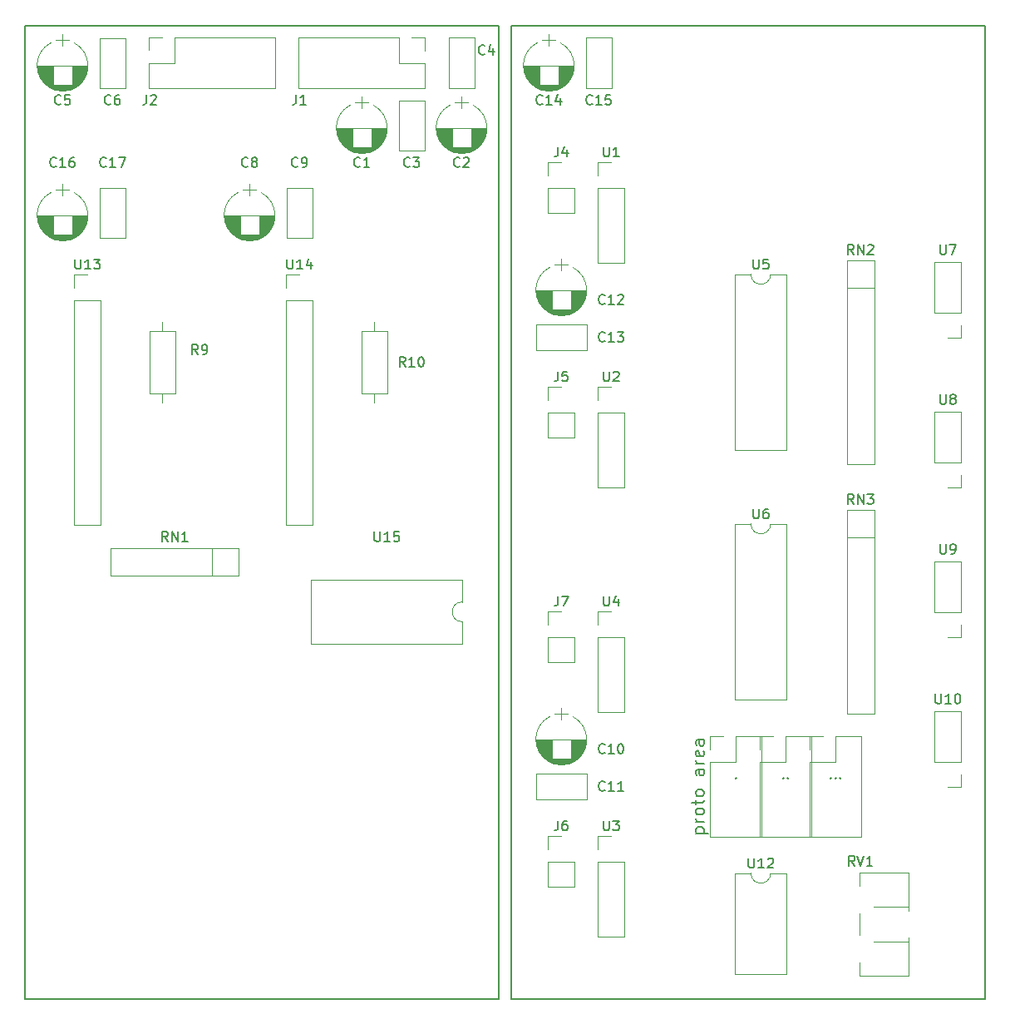
<source format=gto>
G04 #@! TF.FileFunction,Legend,Top*
%FSLAX46Y46*%
G04 Gerber Fmt 4.6, Leading zero omitted, Abs format (unit mm)*
G04 Created by KiCad (PCBNEW 4.0.7) date 11/14/17 22:07:01*
%MOMM*%
%LPD*%
G01*
G04 APERTURE LIST*
%ADD10C,0.100000*%
%ADD11C,0.200000*%
%ADD12C,0.127000*%
%ADD13C,0.120000*%
%ADD14C,0.150000*%
G04 APERTURE END LIST*
D10*
D11*
X254000000Y-50800000D02*
X205740000Y-50800000D01*
X254000000Y-149860000D02*
X254000000Y-50800000D01*
X205740000Y-149860000D02*
X254000000Y-149860000D01*
X205740000Y-50800000D02*
X205740000Y-149860000D01*
X204470000Y-50800000D02*
X156210000Y-50800000D01*
X204470000Y-149860000D02*
X204470000Y-50800000D01*
X156210000Y-149860000D02*
X204470000Y-149860000D01*
X156210000Y-50800000D02*
X156210000Y-149860000D01*
D12*
X224517857Y-133017381D02*
X225787857Y-133017381D01*
X224578333Y-133017381D02*
X224517857Y-132896429D01*
X224517857Y-132654524D01*
X224578333Y-132533572D01*
X224638810Y-132473095D01*
X224759762Y-132412619D01*
X225122619Y-132412619D01*
X225243571Y-132473095D01*
X225304048Y-132533572D01*
X225364524Y-132654524D01*
X225364524Y-132896429D01*
X225304048Y-133017381D01*
X225364524Y-131868333D02*
X224517857Y-131868333D01*
X224759762Y-131868333D02*
X224638810Y-131807857D01*
X224578333Y-131747381D01*
X224517857Y-131626428D01*
X224517857Y-131505476D01*
X225364524Y-130900714D02*
X225304048Y-131021667D01*
X225243571Y-131082143D01*
X225122619Y-131142619D01*
X224759762Y-131142619D01*
X224638810Y-131082143D01*
X224578333Y-131021667D01*
X224517857Y-130900714D01*
X224517857Y-130719286D01*
X224578333Y-130598334D01*
X224638810Y-130537857D01*
X224759762Y-130477381D01*
X225122619Y-130477381D01*
X225243571Y-130537857D01*
X225304048Y-130598334D01*
X225364524Y-130719286D01*
X225364524Y-130900714D01*
X224517857Y-130114524D02*
X224517857Y-129630714D01*
X224094524Y-129933095D02*
X225183095Y-129933095D01*
X225304048Y-129872619D01*
X225364524Y-129751666D01*
X225364524Y-129630714D01*
X225364524Y-129025952D02*
X225304048Y-129146905D01*
X225243571Y-129207381D01*
X225122619Y-129267857D01*
X224759762Y-129267857D01*
X224638810Y-129207381D01*
X224578333Y-129146905D01*
X224517857Y-129025952D01*
X224517857Y-128844524D01*
X224578333Y-128723572D01*
X224638810Y-128663095D01*
X224759762Y-128602619D01*
X225122619Y-128602619D01*
X225243571Y-128663095D01*
X225304048Y-128723572D01*
X225364524Y-128844524D01*
X225364524Y-129025952D01*
X225364524Y-126546428D02*
X224699286Y-126546428D01*
X224578333Y-126606905D01*
X224517857Y-126727857D01*
X224517857Y-126969762D01*
X224578333Y-127090714D01*
X225304048Y-126546428D02*
X225364524Y-126667381D01*
X225364524Y-126969762D01*
X225304048Y-127090714D01*
X225183095Y-127151190D01*
X225062143Y-127151190D01*
X224941190Y-127090714D01*
X224880714Y-126969762D01*
X224880714Y-126667381D01*
X224820238Y-126546428D01*
X225364524Y-125941666D02*
X224517857Y-125941666D01*
X224759762Y-125941666D02*
X224638810Y-125881190D01*
X224578333Y-125820714D01*
X224517857Y-125699761D01*
X224517857Y-125578809D01*
X225304048Y-124671667D02*
X225364524Y-124792619D01*
X225364524Y-125034524D01*
X225304048Y-125155476D01*
X225183095Y-125215952D01*
X224699286Y-125215952D01*
X224578333Y-125155476D01*
X224517857Y-125034524D01*
X224517857Y-124792619D01*
X224578333Y-124671667D01*
X224699286Y-124611190D01*
X224820238Y-124611190D01*
X224941190Y-125215952D01*
X225364524Y-123522619D02*
X224699286Y-123522619D01*
X224578333Y-123583096D01*
X224517857Y-123704048D01*
X224517857Y-123945953D01*
X224578333Y-124066905D01*
X225304048Y-123522619D02*
X225364524Y-123643572D01*
X225364524Y-123945953D01*
X225304048Y-124066905D01*
X225183095Y-124127381D01*
X225062143Y-124127381D01*
X224941190Y-124066905D01*
X224880714Y-123945953D01*
X224880714Y-123643572D01*
X224820238Y-123522619D01*
D13*
X191679723Y-63535722D02*
G75*
G03X191680000Y-58924420I-1179723J2305722D01*
G01*
X189320277Y-63535722D02*
G75*
G02X189320000Y-58924420I1179723J2305722D01*
G01*
X189320277Y-63535722D02*
G75*
G03X191680000Y-63535580I1179723J2305722D01*
G01*
X193050000Y-61230000D02*
X187950000Y-61230000D01*
X193050000Y-61270000D02*
X191480000Y-61270000D01*
X189520000Y-61270000D02*
X187950000Y-61270000D01*
X193049000Y-61310000D02*
X191480000Y-61310000D01*
X189520000Y-61310000D02*
X187951000Y-61310000D01*
X193048000Y-61350000D02*
X191480000Y-61350000D01*
X189520000Y-61350000D02*
X187952000Y-61350000D01*
X193046000Y-61390000D02*
X191480000Y-61390000D01*
X189520000Y-61390000D02*
X187954000Y-61390000D01*
X193043000Y-61430000D02*
X191480000Y-61430000D01*
X189520000Y-61430000D02*
X187957000Y-61430000D01*
X193039000Y-61470000D02*
X191480000Y-61470000D01*
X189520000Y-61470000D02*
X187961000Y-61470000D01*
X193035000Y-61510000D02*
X191480000Y-61510000D01*
X189520000Y-61510000D02*
X187965000Y-61510000D01*
X193031000Y-61550000D02*
X191480000Y-61550000D01*
X189520000Y-61550000D02*
X187969000Y-61550000D01*
X193025000Y-61590000D02*
X191480000Y-61590000D01*
X189520000Y-61590000D02*
X187975000Y-61590000D01*
X193019000Y-61630000D02*
X191480000Y-61630000D01*
X189520000Y-61630000D02*
X187981000Y-61630000D01*
X193013000Y-61670000D02*
X191480000Y-61670000D01*
X189520000Y-61670000D02*
X187987000Y-61670000D01*
X193006000Y-61710000D02*
X191480000Y-61710000D01*
X189520000Y-61710000D02*
X187994000Y-61710000D01*
X192998000Y-61750000D02*
X191480000Y-61750000D01*
X189520000Y-61750000D02*
X188002000Y-61750000D01*
X192989000Y-61790000D02*
X191480000Y-61790000D01*
X189520000Y-61790000D02*
X188011000Y-61790000D01*
X192980000Y-61830000D02*
X191480000Y-61830000D01*
X189520000Y-61830000D02*
X188020000Y-61830000D01*
X192970000Y-61870000D02*
X191480000Y-61870000D01*
X189520000Y-61870000D02*
X188030000Y-61870000D01*
X192960000Y-61910000D02*
X191480000Y-61910000D01*
X189520000Y-61910000D02*
X188040000Y-61910000D01*
X192948000Y-61951000D02*
X191480000Y-61951000D01*
X189520000Y-61951000D02*
X188052000Y-61951000D01*
X192936000Y-61991000D02*
X191480000Y-61991000D01*
X189520000Y-61991000D02*
X188064000Y-61991000D01*
X192924000Y-62031000D02*
X191480000Y-62031000D01*
X189520000Y-62031000D02*
X188076000Y-62031000D01*
X192910000Y-62071000D02*
X191480000Y-62071000D01*
X189520000Y-62071000D02*
X188090000Y-62071000D01*
X192896000Y-62111000D02*
X191480000Y-62111000D01*
X189520000Y-62111000D02*
X188104000Y-62111000D01*
X192882000Y-62151000D02*
X191480000Y-62151000D01*
X189520000Y-62151000D02*
X188118000Y-62151000D01*
X192866000Y-62191000D02*
X191480000Y-62191000D01*
X189520000Y-62191000D02*
X188134000Y-62191000D01*
X192850000Y-62231000D02*
X191480000Y-62231000D01*
X189520000Y-62231000D02*
X188150000Y-62231000D01*
X192833000Y-62271000D02*
X191480000Y-62271000D01*
X189520000Y-62271000D02*
X188167000Y-62271000D01*
X192815000Y-62311000D02*
X191480000Y-62311000D01*
X189520000Y-62311000D02*
X188185000Y-62311000D01*
X192796000Y-62351000D02*
X191480000Y-62351000D01*
X189520000Y-62351000D02*
X188204000Y-62351000D01*
X192776000Y-62391000D02*
X191480000Y-62391000D01*
X189520000Y-62391000D02*
X188224000Y-62391000D01*
X192756000Y-62431000D02*
X191480000Y-62431000D01*
X189520000Y-62431000D02*
X188244000Y-62431000D01*
X192734000Y-62471000D02*
X191480000Y-62471000D01*
X189520000Y-62471000D02*
X188266000Y-62471000D01*
X192712000Y-62511000D02*
X191480000Y-62511000D01*
X189520000Y-62511000D02*
X188288000Y-62511000D01*
X192689000Y-62551000D02*
X191480000Y-62551000D01*
X189520000Y-62551000D02*
X188311000Y-62551000D01*
X192665000Y-62591000D02*
X191480000Y-62591000D01*
X189520000Y-62591000D02*
X188335000Y-62591000D01*
X192640000Y-62631000D02*
X191480000Y-62631000D01*
X189520000Y-62631000D02*
X188360000Y-62631000D01*
X192613000Y-62671000D02*
X191480000Y-62671000D01*
X189520000Y-62671000D02*
X188387000Y-62671000D01*
X192586000Y-62711000D02*
X191480000Y-62711000D01*
X189520000Y-62711000D02*
X188414000Y-62711000D01*
X192558000Y-62751000D02*
X191480000Y-62751000D01*
X189520000Y-62751000D02*
X188442000Y-62751000D01*
X192528000Y-62791000D02*
X191480000Y-62791000D01*
X189520000Y-62791000D02*
X188472000Y-62791000D01*
X192497000Y-62831000D02*
X191480000Y-62831000D01*
X189520000Y-62831000D02*
X188503000Y-62831000D01*
X192465000Y-62871000D02*
X191480000Y-62871000D01*
X189520000Y-62871000D02*
X188535000Y-62871000D01*
X192432000Y-62911000D02*
X191480000Y-62911000D01*
X189520000Y-62911000D02*
X188568000Y-62911000D01*
X192397000Y-62951000D02*
X191480000Y-62951000D01*
X189520000Y-62951000D02*
X188603000Y-62951000D01*
X192361000Y-62991000D02*
X191480000Y-62991000D01*
X189520000Y-62991000D02*
X188639000Y-62991000D01*
X192323000Y-63031000D02*
X191480000Y-63031000D01*
X189520000Y-63031000D02*
X188677000Y-63031000D01*
X192283000Y-63071000D02*
X191480000Y-63071000D01*
X189520000Y-63071000D02*
X188717000Y-63071000D01*
X192242000Y-63111000D02*
X191480000Y-63111000D01*
X189520000Y-63111000D02*
X188758000Y-63111000D01*
X192199000Y-63151000D02*
X191480000Y-63151000D01*
X189520000Y-63151000D02*
X188801000Y-63151000D01*
X192154000Y-63191000D02*
X191480000Y-63191000D01*
X189520000Y-63191000D02*
X188846000Y-63191000D01*
X192106000Y-63231000D02*
X188894000Y-63231000D01*
X192056000Y-63271000D02*
X188944000Y-63271000D01*
X192004000Y-63311000D02*
X188996000Y-63311000D01*
X191948000Y-63351000D02*
X189052000Y-63351000D01*
X191890000Y-63391000D02*
X189110000Y-63391000D01*
X191827000Y-63431000D02*
X189173000Y-63431000D01*
X191761000Y-63471000D02*
X189239000Y-63471000D01*
X191689000Y-63511000D02*
X189311000Y-63511000D01*
X191612000Y-63551000D02*
X189388000Y-63551000D01*
X191528000Y-63591000D02*
X189472000Y-63591000D01*
X191434000Y-63631000D02*
X189566000Y-63631000D01*
X191329000Y-63671000D02*
X189671000Y-63671000D01*
X191207000Y-63711000D02*
X189793000Y-63711000D01*
X191059000Y-63751000D02*
X189941000Y-63751000D01*
X190854000Y-63791000D02*
X190146000Y-63791000D01*
X190500000Y-58030000D02*
X190500000Y-59230000D01*
X191150000Y-58630000D02*
X189850000Y-58630000D01*
X201839723Y-63535722D02*
G75*
G03X201840000Y-58924420I-1179723J2305722D01*
G01*
X199480277Y-63535722D02*
G75*
G02X199480000Y-58924420I1179723J2305722D01*
G01*
X199480277Y-63535722D02*
G75*
G03X201840000Y-63535580I1179723J2305722D01*
G01*
X203210000Y-61230000D02*
X198110000Y-61230000D01*
X203210000Y-61270000D02*
X201640000Y-61270000D01*
X199680000Y-61270000D02*
X198110000Y-61270000D01*
X203209000Y-61310000D02*
X201640000Y-61310000D01*
X199680000Y-61310000D02*
X198111000Y-61310000D01*
X203208000Y-61350000D02*
X201640000Y-61350000D01*
X199680000Y-61350000D02*
X198112000Y-61350000D01*
X203206000Y-61390000D02*
X201640000Y-61390000D01*
X199680000Y-61390000D02*
X198114000Y-61390000D01*
X203203000Y-61430000D02*
X201640000Y-61430000D01*
X199680000Y-61430000D02*
X198117000Y-61430000D01*
X203199000Y-61470000D02*
X201640000Y-61470000D01*
X199680000Y-61470000D02*
X198121000Y-61470000D01*
X203195000Y-61510000D02*
X201640000Y-61510000D01*
X199680000Y-61510000D02*
X198125000Y-61510000D01*
X203191000Y-61550000D02*
X201640000Y-61550000D01*
X199680000Y-61550000D02*
X198129000Y-61550000D01*
X203185000Y-61590000D02*
X201640000Y-61590000D01*
X199680000Y-61590000D02*
X198135000Y-61590000D01*
X203179000Y-61630000D02*
X201640000Y-61630000D01*
X199680000Y-61630000D02*
X198141000Y-61630000D01*
X203173000Y-61670000D02*
X201640000Y-61670000D01*
X199680000Y-61670000D02*
X198147000Y-61670000D01*
X203166000Y-61710000D02*
X201640000Y-61710000D01*
X199680000Y-61710000D02*
X198154000Y-61710000D01*
X203158000Y-61750000D02*
X201640000Y-61750000D01*
X199680000Y-61750000D02*
X198162000Y-61750000D01*
X203149000Y-61790000D02*
X201640000Y-61790000D01*
X199680000Y-61790000D02*
X198171000Y-61790000D01*
X203140000Y-61830000D02*
X201640000Y-61830000D01*
X199680000Y-61830000D02*
X198180000Y-61830000D01*
X203130000Y-61870000D02*
X201640000Y-61870000D01*
X199680000Y-61870000D02*
X198190000Y-61870000D01*
X203120000Y-61910000D02*
X201640000Y-61910000D01*
X199680000Y-61910000D02*
X198200000Y-61910000D01*
X203108000Y-61951000D02*
X201640000Y-61951000D01*
X199680000Y-61951000D02*
X198212000Y-61951000D01*
X203096000Y-61991000D02*
X201640000Y-61991000D01*
X199680000Y-61991000D02*
X198224000Y-61991000D01*
X203084000Y-62031000D02*
X201640000Y-62031000D01*
X199680000Y-62031000D02*
X198236000Y-62031000D01*
X203070000Y-62071000D02*
X201640000Y-62071000D01*
X199680000Y-62071000D02*
X198250000Y-62071000D01*
X203056000Y-62111000D02*
X201640000Y-62111000D01*
X199680000Y-62111000D02*
X198264000Y-62111000D01*
X203042000Y-62151000D02*
X201640000Y-62151000D01*
X199680000Y-62151000D02*
X198278000Y-62151000D01*
X203026000Y-62191000D02*
X201640000Y-62191000D01*
X199680000Y-62191000D02*
X198294000Y-62191000D01*
X203010000Y-62231000D02*
X201640000Y-62231000D01*
X199680000Y-62231000D02*
X198310000Y-62231000D01*
X202993000Y-62271000D02*
X201640000Y-62271000D01*
X199680000Y-62271000D02*
X198327000Y-62271000D01*
X202975000Y-62311000D02*
X201640000Y-62311000D01*
X199680000Y-62311000D02*
X198345000Y-62311000D01*
X202956000Y-62351000D02*
X201640000Y-62351000D01*
X199680000Y-62351000D02*
X198364000Y-62351000D01*
X202936000Y-62391000D02*
X201640000Y-62391000D01*
X199680000Y-62391000D02*
X198384000Y-62391000D01*
X202916000Y-62431000D02*
X201640000Y-62431000D01*
X199680000Y-62431000D02*
X198404000Y-62431000D01*
X202894000Y-62471000D02*
X201640000Y-62471000D01*
X199680000Y-62471000D02*
X198426000Y-62471000D01*
X202872000Y-62511000D02*
X201640000Y-62511000D01*
X199680000Y-62511000D02*
X198448000Y-62511000D01*
X202849000Y-62551000D02*
X201640000Y-62551000D01*
X199680000Y-62551000D02*
X198471000Y-62551000D01*
X202825000Y-62591000D02*
X201640000Y-62591000D01*
X199680000Y-62591000D02*
X198495000Y-62591000D01*
X202800000Y-62631000D02*
X201640000Y-62631000D01*
X199680000Y-62631000D02*
X198520000Y-62631000D01*
X202773000Y-62671000D02*
X201640000Y-62671000D01*
X199680000Y-62671000D02*
X198547000Y-62671000D01*
X202746000Y-62711000D02*
X201640000Y-62711000D01*
X199680000Y-62711000D02*
X198574000Y-62711000D01*
X202718000Y-62751000D02*
X201640000Y-62751000D01*
X199680000Y-62751000D02*
X198602000Y-62751000D01*
X202688000Y-62791000D02*
X201640000Y-62791000D01*
X199680000Y-62791000D02*
X198632000Y-62791000D01*
X202657000Y-62831000D02*
X201640000Y-62831000D01*
X199680000Y-62831000D02*
X198663000Y-62831000D01*
X202625000Y-62871000D02*
X201640000Y-62871000D01*
X199680000Y-62871000D02*
X198695000Y-62871000D01*
X202592000Y-62911000D02*
X201640000Y-62911000D01*
X199680000Y-62911000D02*
X198728000Y-62911000D01*
X202557000Y-62951000D02*
X201640000Y-62951000D01*
X199680000Y-62951000D02*
X198763000Y-62951000D01*
X202521000Y-62991000D02*
X201640000Y-62991000D01*
X199680000Y-62991000D02*
X198799000Y-62991000D01*
X202483000Y-63031000D02*
X201640000Y-63031000D01*
X199680000Y-63031000D02*
X198837000Y-63031000D01*
X202443000Y-63071000D02*
X201640000Y-63071000D01*
X199680000Y-63071000D02*
X198877000Y-63071000D01*
X202402000Y-63111000D02*
X201640000Y-63111000D01*
X199680000Y-63111000D02*
X198918000Y-63111000D01*
X202359000Y-63151000D02*
X201640000Y-63151000D01*
X199680000Y-63151000D02*
X198961000Y-63151000D01*
X202314000Y-63191000D02*
X201640000Y-63191000D01*
X199680000Y-63191000D02*
X199006000Y-63191000D01*
X202266000Y-63231000D02*
X199054000Y-63231000D01*
X202216000Y-63271000D02*
X199104000Y-63271000D01*
X202164000Y-63311000D02*
X199156000Y-63311000D01*
X202108000Y-63351000D02*
X199212000Y-63351000D01*
X202050000Y-63391000D02*
X199270000Y-63391000D01*
X201987000Y-63431000D02*
X199333000Y-63431000D01*
X201921000Y-63471000D02*
X199399000Y-63471000D01*
X201849000Y-63511000D02*
X199471000Y-63511000D01*
X201772000Y-63551000D02*
X199548000Y-63551000D01*
X201688000Y-63591000D02*
X199632000Y-63591000D01*
X201594000Y-63631000D02*
X199726000Y-63631000D01*
X201489000Y-63671000D02*
X199831000Y-63671000D01*
X201367000Y-63711000D02*
X199953000Y-63711000D01*
X201219000Y-63751000D02*
X200101000Y-63751000D01*
X201014000Y-63791000D02*
X200306000Y-63791000D01*
X200660000Y-58030000D02*
X200660000Y-59230000D01*
X201310000Y-58630000D02*
X200010000Y-58630000D01*
X194270000Y-63540000D02*
X194270000Y-58420000D01*
X196890000Y-63540000D02*
X196890000Y-58420000D01*
X194270000Y-63540000D02*
X196890000Y-63540000D01*
X194270000Y-58420000D02*
X196890000Y-58420000D01*
X199350000Y-57150000D02*
X199350000Y-52030000D01*
X201970000Y-57150000D02*
X201970000Y-52030000D01*
X199350000Y-57150000D02*
X201970000Y-57150000D01*
X199350000Y-52030000D02*
X201970000Y-52030000D01*
X161199723Y-57185722D02*
G75*
G03X161200000Y-52574420I-1179723J2305722D01*
G01*
X158840277Y-57185722D02*
G75*
G02X158840000Y-52574420I1179723J2305722D01*
G01*
X158840277Y-57185722D02*
G75*
G03X161200000Y-57185580I1179723J2305722D01*
G01*
X162570000Y-54880000D02*
X157470000Y-54880000D01*
X162570000Y-54920000D02*
X161000000Y-54920000D01*
X159040000Y-54920000D02*
X157470000Y-54920000D01*
X162569000Y-54960000D02*
X161000000Y-54960000D01*
X159040000Y-54960000D02*
X157471000Y-54960000D01*
X162568000Y-55000000D02*
X161000000Y-55000000D01*
X159040000Y-55000000D02*
X157472000Y-55000000D01*
X162566000Y-55040000D02*
X161000000Y-55040000D01*
X159040000Y-55040000D02*
X157474000Y-55040000D01*
X162563000Y-55080000D02*
X161000000Y-55080000D01*
X159040000Y-55080000D02*
X157477000Y-55080000D01*
X162559000Y-55120000D02*
X161000000Y-55120000D01*
X159040000Y-55120000D02*
X157481000Y-55120000D01*
X162555000Y-55160000D02*
X161000000Y-55160000D01*
X159040000Y-55160000D02*
X157485000Y-55160000D01*
X162551000Y-55200000D02*
X161000000Y-55200000D01*
X159040000Y-55200000D02*
X157489000Y-55200000D01*
X162545000Y-55240000D02*
X161000000Y-55240000D01*
X159040000Y-55240000D02*
X157495000Y-55240000D01*
X162539000Y-55280000D02*
X161000000Y-55280000D01*
X159040000Y-55280000D02*
X157501000Y-55280000D01*
X162533000Y-55320000D02*
X161000000Y-55320000D01*
X159040000Y-55320000D02*
X157507000Y-55320000D01*
X162526000Y-55360000D02*
X161000000Y-55360000D01*
X159040000Y-55360000D02*
X157514000Y-55360000D01*
X162518000Y-55400000D02*
X161000000Y-55400000D01*
X159040000Y-55400000D02*
X157522000Y-55400000D01*
X162509000Y-55440000D02*
X161000000Y-55440000D01*
X159040000Y-55440000D02*
X157531000Y-55440000D01*
X162500000Y-55480000D02*
X161000000Y-55480000D01*
X159040000Y-55480000D02*
X157540000Y-55480000D01*
X162490000Y-55520000D02*
X161000000Y-55520000D01*
X159040000Y-55520000D02*
X157550000Y-55520000D01*
X162480000Y-55560000D02*
X161000000Y-55560000D01*
X159040000Y-55560000D02*
X157560000Y-55560000D01*
X162468000Y-55601000D02*
X161000000Y-55601000D01*
X159040000Y-55601000D02*
X157572000Y-55601000D01*
X162456000Y-55641000D02*
X161000000Y-55641000D01*
X159040000Y-55641000D02*
X157584000Y-55641000D01*
X162444000Y-55681000D02*
X161000000Y-55681000D01*
X159040000Y-55681000D02*
X157596000Y-55681000D01*
X162430000Y-55721000D02*
X161000000Y-55721000D01*
X159040000Y-55721000D02*
X157610000Y-55721000D01*
X162416000Y-55761000D02*
X161000000Y-55761000D01*
X159040000Y-55761000D02*
X157624000Y-55761000D01*
X162402000Y-55801000D02*
X161000000Y-55801000D01*
X159040000Y-55801000D02*
X157638000Y-55801000D01*
X162386000Y-55841000D02*
X161000000Y-55841000D01*
X159040000Y-55841000D02*
X157654000Y-55841000D01*
X162370000Y-55881000D02*
X161000000Y-55881000D01*
X159040000Y-55881000D02*
X157670000Y-55881000D01*
X162353000Y-55921000D02*
X161000000Y-55921000D01*
X159040000Y-55921000D02*
X157687000Y-55921000D01*
X162335000Y-55961000D02*
X161000000Y-55961000D01*
X159040000Y-55961000D02*
X157705000Y-55961000D01*
X162316000Y-56001000D02*
X161000000Y-56001000D01*
X159040000Y-56001000D02*
X157724000Y-56001000D01*
X162296000Y-56041000D02*
X161000000Y-56041000D01*
X159040000Y-56041000D02*
X157744000Y-56041000D01*
X162276000Y-56081000D02*
X161000000Y-56081000D01*
X159040000Y-56081000D02*
X157764000Y-56081000D01*
X162254000Y-56121000D02*
X161000000Y-56121000D01*
X159040000Y-56121000D02*
X157786000Y-56121000D01*
X162232000Y-56161000D02*
X161000000Y-56161000D01*
X159040000Y-56161000D02*
X157808000Y-56161000D01*
X162209000Y-56201000D02*
X161000000Y-56201000D01*
X159040000Y-56201000D02*
X157831000Y-56201000D01*
X162185000Y-56241000D02*
X161000000Y-56241000D01*
X159040000Y-56241000D02*
X157855000Y-56241000D01*
X162160000Y-56281000D02*
X161000000Y-56281000D01*
X159040000Y-56281000D02*
X157880000Y-56281000D01*
X162133000Y-56321000D02*
X161000000Y-56321000D01*
X159040000Y-56321000D02*
X157907000Y-56321000D01*
X162106000Y-56361000D02*
X161000000Y-56361000D01*
X159040000Y-56361000D02*
X157934000Y-56361000D01*
X162078000Y-56401000D02*
X161000000Y-56401000D01*
X159040000Y-56401000D02*
X157962000Y-56401000D01*
X162048000Y-56441000D02*
X161000000Y-56441000D01*
X159040000Y-56441000D02*
X157992000Y-56441000D01*
X162017000Y-56481000D02*
X161000000Y-56481000D01*
X159040000Y-56481000D02*
X158023000Y-56481000D01*
X161985000Y-56521000D02*
X161000000Y-56521000D01*
X159040000Y-56521000D02*
X158055000Y-56521000D01*
X161952000Y-56561000D02*
X161000000Y-56561000D01*
X159040000Y-56561000D02*
X158088000Y-56561000D01*
X161917000Y-56601000D02*
X161000000Y-56601000D01*
X159040000Y-56601000D02*
X158123000Y-56601000D01*
X161881000Y-56641000D02*
X161000000Y-56641000D01*
X159040000Y-56641000D02*
X158159000Y-56641000D01*
X161843000Y-56681000D02*
X161000000Y-56681000D01*
X159040000Y-56681000D02*
X158197000Y-56681000D01*
X161803000Y-56721000D02*
X161000000Y-56721000D01*
X159040000Y-56721000D02*
X158237000Y-56721000D01*
X161762000Y-56761000D02*
X161000000Y-56761000D01*
X159040000Y-56761000D02*
X158278000Y-56761000D01*
X161719000Y-56801000D02*
X161000000Y-56801000D01*
X159040000Y-56801000D02*
X158321000Y-56801000D01*
X161674000Y-56841000D02*
X161000000Y-56841000D01*
X159040000Y-56841000D02*
X158366000Y-56841000D01*
X161626000Y-56881000D02*
X158414000Y-56881000D01*
X161576000Y-56921000D02*
X158464000Y-56921000D01*
X161524000Y-56961000D02*
X158516000Y-56961000D01*
X161468000Y-57001000D02*
X158572000Y-57001000D01*
X161410000Y-57041000D02*
X158630000Y-57041000D01*
X161347000Y-57081000D02*
X158693000Y-57081000D01*
X161281000Y-57121000D02*
X158759000Y-57121000D01*
X161209000Y-57161000D02*
X158831000Y-57161000D01*
X161132000Y-57201000D02*
X158908000Y-57201000D01*
X161048000Y-57241000D02*
X158992000Y-57241000D01*
X160954000Y-57281000D02*
X159086000Y-57281000D01*
X160849000Y-57321000D02*
X159191000Y-57321000D01*
X160727000Y-57361000D02*
X159313000Y-57361000D01*
X160579000Y-57401000D02*
X159461000Y-57401000D01*
X160374000Y-57441000D02*
X159666000Y-57441000D01*
X160020000Y-51680000D02*
X160020000Y-52880000D01*
X160670000Y-52280000D02*
X159370000Y-52280000D01*
X163790000Y-57190000D02*
X163790000Y-52070000D01*
X166410000Y-57190000D02*
X166410000Y-52070000D01*
X163790000Y-57190000D02*
X166410000Y-57190000D01*
X163790000Y-52070000D02*
X166410000Y-52070000D01*
X180249723Y-72425722D02*
G75*
G03X180250000Y-67814420I-1179723J2305722D01*
G01*
X177890277Y-72425722D02*
G75*
G02X177890000Y-67814420I1179723J2305722D01*
G01*
X177890277Y-72425722D02*
G75*
G03X180250000Y-72425580I1179723J2305722D01*
G01*
X181620000Y-70120000D02*
X176520000Y-70120000D01*
X181620000Y-70160000D02*
X180050000Y-70160000D01*
X178090000Y-70160000D02*
X176520000Y-70160000D01*
X181619000Y-70200000D02*
X180050000Y-70200000D01*
X178090000Y-70200000D02*
X176521000Y-70200000D01*
X181618000Y-70240000D02*
X180050000Y-70240000D01*
X178090000Y-70240000D02*
X176522000Y-70240000D01*
X181616000Y-70280000D02*
X180050000Y-70280000D01*
X178090000Y-70280000D02*
X176524000Y-70280000D01*
X181613000Y-70320000D02*
X180050000Y-70320000D01*
X178090000Y-70320000D02*
X176527000Y-70320000D01*
X181609000Y-70360000D02*
X180050000Y-70360000D01*
X178090000Y-70360000D02*
X176531000Y-70360000D01*
X181605000Y-70400000D02*
X180050000Y-70400000D01*
X178090000Y-70400000D02*
X176535000Y-70400000D01*
X181601000Y-70440000D02*
X180050000Y-70440000D01*
X178090000Y-70440000D02*
X176539000Y-70440000D01*
X181595000Y-70480000D02*
X180050000Y-70480000D01*
X178090000Y-70480000D02*
X176545000Y-70480000D01*
X181589000Y-70520000D02*
X180050000Y-70520000D01*
X178090000Y-70520000D02*
X176551000Y-70520000D01*
X181583000Y-70560000D02*
X180050000Y-70560000D01*
X178090000Y-70560000D02*
X176557000Y-70560000D01*
X181576000Y-70600000D02*
X180050000Y-70600000D01*
X178090000Y-70600000D02*
X176564000Y-70600000D01*
X181568000Y-70640000D02*
X180050000Y-70640000D01*
X178090000Y-70640000D02*
X176572000Y-70640000D01*
X181559000Y-70680000D02*
X180050000Y-70680000D01*
X178090000Y-70680000D02*
X176581000Y-70680000D01*
X181550000Y-70720000D02*
X180050000Y-70720000D01*
X178090000Y-70720000D02*
X176590000Y-70720000D01*
X181540000Y-70760000D02*
X180050000Y-70760000D01*
X178090000Y-70760000D02*
X176600000Y-70760000D01*
X181530000Y-70800000D02*
X180050000Y-70800000D01*
X178090000Y-70800000D02*
X176610000Y-70800000D01*
X181518000Y-70841000D02*
X180050000Y-70841000D01*
X178090000Y-70841000D02*
X176622000Y-70841000D01*
X181506000Y-70881000D02*
X180050000Y-70881000D01*
X178090000Y-70881000D02*
X176634000Y-70881000D01*
X181494000Y-70921000D02*
X180050000Y-70921000D01*
X178090000Y-70921000D02*
X176646000Y-70921000D01*
X181480000Y-70961000D02*
X180050000Y-70961000D01*
X178090000Y-70961000D02*
X176660000Y-70961000D01*
X181466000Y-71001000D02*
X180050000Y-71001000D01*
X178090000Y-71001000D02*
X176674000Y-71001000D01*
X181452000Y-71041000D02*
X180050000Y-71041000D01*
X178090000Y-71041000D02*
X176688000Y-71041000D01*
X181436000Y-71081000D02*
X180050000Y-71081000D01*
X178090000Y-71081000D02*
X176704000Y-71081000D01*
X181420000Y-71121000D02*
X180050000Y-71121000D01*
X178090000Y-71121000D02*
X176720000Y-71121000D01*
X181403000Y-71161000D02*
X180050000Y-71161000D01*
X178090000Y-71161000D02*
X176737000Y-71161000D01*
X181385000Y-71201000D02*
X180050000Y-71201000D01*
X178090000Y-71201000D02*
X176755000Y-71201000D01*
X181366000Y-71241000D02*
X180050000Y-71241000D01*
X178090000Y-71241000D02*
X176774000Y-71241000D01*
X181346000Y-71281000D02*
X180050000Y-71281000D01*
X178090000Y-71281000D02*
X176794000Y-71281000D01*
X181326000Y-71321000D02*
X180050000Y-71321000D01*
X178090000Y-71321000D02*
X176814000Y-71321000D01*
X181304000Y-71361000D02*
X180050000Y-71361000D01*
X178090000Y-71361000D02*
X176836000Y-71361000D01*
X181282000Y-71401000D02*
X180050000Y-71401000D01*
X178090000Y-71401000D02*
X176858000Y-71401000D01*
X181259000Y-71441000D02*
X180050000Y-71441000D01*
X178090000Y-71441000D02*
X176881000Y-71441000D01*
X181235000Y-71481000D02*
X180050000Y-71481000D01*
X178090000Y-71481000D02*
X176905000Y-71481000D01*
X181210000Y-71521000D02*
X180050000Y-71521000D01*
X178090000Y-71521000D02*
X176930000Y-71521000D01*
X181183000Y-71561000D02*
X180050000Y-71561000D01*
X178090000Y-71561000D02*
X176957000Y-71561000D01*
X181156000Y-71601000D02*
X180050000Y-71601000D01*
X178090000Y-71601000D02*
X176984000Y-71601000D01*
X181128000Y-71641000D02*
X180050000Y-71641000D01*
X178090000Y-71641000D02*
X177012000Y-71641000D01*
X181098000Y-71681000D02*
X180050000Y-71681000D01*
X178090000Y-71681000D02*
X177042000Y-71681000D01*
X181067000Y-71721000D02*
X180050000Y-71721000D01*
X178090000Y-71721000D02*
X177073000Y-71721000D01*
X181035000Y-71761000D02*
X180050000Y-71761000D01*
X178090000Y-71761000D02*
X177105000Y-71761000D01*
X181002000Y-71801000D02*
X180050000Y-71801000D01*
X178090000Y-71801000D02*
X177138000Y-71801000D01*
X180967000Y-71841000D02*
X180050000Y-71841000D01*
X178090000Y-71841000D02*
X177173000Y-71841000D01*
X180931000Y-71881000D02*
X180050000Y-71881000D01*
X178090000Y-71881000D02*
X177209000Y-71881000D01*
X180893000Y-71921000D02*
X180050000Y-71921000D01*
X178090000Y-71921000D02*
X177247000Y-71921000D01*
X180853000Y-71961000D02*
X180050000Y-71961000D01*
X178090000Y-71961000D02*
X177287000Y-71961000D01*
X180812000Y-72001000D02*
X180050000Y-72001000D01*
X178090000Y-72001000D02*
X177328000Y-72001000D01*
X180769000Y-72041000D02*
X180050000Y-72041000D01*
X178090000Y-72041000D02*
X177371000Y-72041000D01*
X180724000Y-72081000D02*
X180050000Y-72081000D01*
X178090000Y-72081000D02*
X177416000Y-72081000D01*
X180676000Y-72121000D02*
X177464000Y-72121000D01*
X180626000Y-72161000D02*
X177514000Y-72161000D01*
X180574000Y-72201000D02*
X177566000Y-72201000D01*
X180518000Y-72241000D02*
X177622000Y-72241000D01*
X180460000Y-72281000D02*
X177680000Y-72281000D01*
X180397000Y-72321000D02*
X177743000Y-72321000D01*
X180331000Y-72361000D02*
X177809000Y-72361000D01*
X180259000Y-72401000D02*
X177881000Y-72401000D01*
X180182000Y-72441000D02*
X177958000Y-72441000D01*
X180098000Y-72481000D02*
X178042000Y-72481000D01*
X180004000Y-72521000D02*
X178136000Y-72521000D01*
X179899000Y-72561000D02*
X178241000Y-72561000D01*
X179777000Y-72601000D02*
X178363000Y-72601000D01*
X179629000Y-72641000D02*
X178511000Y-72641000D01*
X179424000Y-72681000D02*
X178716000Y-72681000D01*
X179070000Y-66920000D02*
X179070000Y-68120000D01*
X179720000Y-67520000D02*
X178420000Y-67520000D01*
X182840000Y-72430000D02*
X182840000Y-67310000D01*
X185460000Y-72430000D02*
X185460000Y-67310000D01*
X182840000Y-72430000D02*
X185460000Y-72430000D01*
X182840000Y-67310000D02*
X185460000Y-67310000D01*
X211999723Y-125765722D02*
G75*
G03X212000000Y-121154420I-1179723J2305722D01*
G01*
X209640277Y-125765722D02*
G75*
G02X209640000Y-121154420I1179723J2305722D01*
G01*
X209640277Y-125765722D02*
G75*
G03X212000000Y-125765580I1179723J2305722D01*
G01*
X213370000Y-123460000D02*
X208270000Y-123460000D01*
X213370000Y-123500000D02*
X211800000Y-123500000D01*
X209840000Y-123500000D02*
X208270000Y-123500000D01*
X213369000Y-123540000D02*
X211800000Y-123540000D01*
X209840000Y-123540000D02*
X208271000Y-123540000D01*
X213368000Y-123580000D02*
X211800000Y-123580000D01*
X209840000Y-123580000D02*
X208272000Y-123580000D01*
X213366000Y-123620000D02*
X211800000Y-123620000D01*
X209840000Y-123620000D02*
X208274000Y-123620000D01*
X213363000Y-123660000D02*
X211800000Y-123660000D01*
X209840000Y-123660000D02*
X208277000Y-123660000D01*
X213359000Y-123700000D02*
X211800000Y-123700000D01*
X209840000Y-123700000D02*
X208281000Y-123700000D01*
X213355000Y-123740000D02*
X211800000Y-123740000D01*
X209840000Y-123740000D02*
X208285000Y-123740000D01*
X213351000Y-123780000D02*
X211800000Y-123780000D01*
X209840000Y-123780000D02*
X208289000Y-123780000D01*
X213345000Y-123820000D02*
X211800000Y-123820000D01*
X209840000Y-123820000D02*
X208295000Y-123820000D01*
X213339000Y-123860000D02*
X211800000Y-123860000D01*
X209840000Y-123860000D02*
X208301000Y-123860000D01*
X213333000Y-123900000D02*
X211800000Y-123900000D01*
X209840000Y-123900000D02*
X208307000Y-123900000D01*
X213326000Y-123940000D02*
X211800000Y-123940000D01*
X209840000Y-123940000D02*
X208314000Y-123940000D01*
X213318000Y-123980000D02*
X211800000Y-123980000D01*
X209840000Y-123980000D02*
X208322000Y-123980000D01*
X213309000Y-124020000D02*
X211800000Y-124020000D01*
X209840000Y-124020000D02*
X208331000Y-124020000D01*
X213300000Y-124060000D02*
X211800000Y-124060000D01*
X209840000Y-124060000D02*
X208340000Y-124060000D01*
X213290000Y-124100000D02*
X211800000Y-124100000D01*
X209840000Y-124100000D02*
X208350000Y-124100000D01*
X213280000Y-124140000D02*
X211800000Y-124140000D01*
X209840000Y-124140000D02*
X208360000Y-124140000D01*
X213268000Y-124181000D02*
X211800000Y-124181000D01*
X209840000Y-124181000D02*
X208372000Y-124181000D01*
X213256000Y-124221000D02*
X211800000Y-124221000D01*
X209840000Y-124221000D02*
X208384000Y-124221000D01*
X213244000Y-124261000D02*
X211800000Y-124261000D01*
X209840000Y-124261000D02*
X208396000Y-124261000D01*
X213230000Y-124301000D02*
X211800000Y-124301000D01*
X209840000Y-124301000D02*
X208410000Y-124301000D01*
X213216000Y-124341000D02*
X211800000Y-124341000D01*
X209840000Y-124341000D02*
X208424000Y-124341000D01*
X213202000Y-124381000D02*
X211800000Y-124381000D01*
X209840000Y-124381000D02*
X208438000Y-124381000D01*
X213186000Y-124421000D02*
X211800000Y-124421000D01*
X209840000Y-124421000D02*
X208454000Y-124421000D01*
X213170000Y-124461000D02*
X211800000Y-124461000D01*
X209840000Y-124461000D02*
X208470000Y-124461000D01*
X213153000Y-124501000D02*
X211800000Y-124501000D01*
X209840000Y-124501000D02*
X208487000Y-124501000D01*
X213135000Y-124541000D02*
X211800000Y-124541000D01*
X209840000Y-124541000D02*
X208505000Y-124541000D01*
X213116000Y-124581000D02*
X211800000Y-124581000D01*
X209840000Y-124581000D02*
X208524000Y-124581000D01*
X213096000Y-124621000D02*
X211800000Y-124621000D01*
X209840000Y-124621000D02*
X208544000Y-124621000D01*
X213076000Y-124661000D02*
X211800000Y-124661000D01*
X209840000Y-124661000D02*
X208564000Y-124661000D01*
X213054000Y-124701000D02*
X211800000Y-124701000D01*
X209840000Y-124701000D02*
X208586000Y-124701000D01*
X213032000Y-124741000D02*
X211800000Y-124741000D01*
X209840000Y-124741000D02*
X208608000Y-124741000D01*
X213009000Y-124781000D02*
X211800000Y-124781000D01*
X209840000Y-124781000D02*
X208631000Y-124781000D01*
X212985000Y-124821000D02*
X211800000Y-124821000D01*
X209840000Y-124821000D02*
X208655000Y-124821000D01*
X212960000Y-124861000D02*
X211800000Y-124861000D01*
X209840000Y-124861000D02*
X208680000Y-124861000D01*
X212933000Y-124901000D02*
X211800000Y-124901000D01*
X209840000Y-124901000D02*
X208707000Y-124901000D01*
X212906000Y-124941000D02*
X211800000Y-124941000D01*
X209840000Y-124941000D02*
X208734000Y-124941000D01*
X212878000Y-124981000D02*
X211800000Y-124981000D01*
X209840000Y-124981000D02*
X208762000Y-124981000D01*
X212848000Y-125021000D02*
X211800000Y-125021000D01*
X209840000Y-125021000D02*
X208792000Y-125021000D01*
X212817000Y-125061000D02*
X211800000Y-125061000D01*
X209840000Y-125061000D02*
X208823000Y-125061000D01*
X212785000Y-125101000D02*
X211800000Y-125101000D01*
X209840000Y-125101000D02*
X208855000Y-125101000D01*
X212752000Y-125141000D02*
X211800000Y-125141000D01*
X209840000Y-125141000D02*
X208888000Y-125141000D01*
X212717000Y-125181000D02*
X211800000Y-125181000D01*
X209840000Y-125181000D02*
X208923000Y-125181000D01*
X212681000Y-125221000D02*
X211800000Y-125221000D01*
X209840000Y-125221000D02*
X208959000Y-125221000D01*
X212643000Y-125261000D02*
X211800000Y-125261000D01*
X209840000Y-125261000D02*
X208997000Y-125261000D01*
X212603000Y-125301000D02*
X211800000Y-125301000D01*
X209840000Y-125301000D02*
X209037000Y-125301000D01*
X212562000Y-125341000D02*
X211800000Y-125341000D01*
X209840000Y-125341000D02*
X209078000Y-125341000D01*
X212519000Y-125381000D02*
X211800000Y-125381000D01*
X209840000Y-125381000D02*
X209121000Y-125381000D01*
X212474000Y-125421000D02*
X211800000Y-125421000D01*
X209840000Y-125421000D02*
X209166000Y-125421000D01*
X212426000Y-125461000D02*
X209214000Y-125461000D01*
X212376000Y-125501000D02*
X209264000Y-125501000D01*
X212324000Y-125541000D02*
X209316000Y-125541000D01*
X212268000Y-125581000D02*
X209372000Y-125581000D01*
X212210000Y-125621000D02*
X209430000Y-125621000D01*
X212147000Y-125661000D02*
X209493000Y-125661000D01*
X212081000Y-125701000D02*
X209559000Y-125701000D01*
X212009000Y-125741000D02*
X209631000Y-125741000D01*
X211932000Y-125781000D02*
X209708000Y-125781000D01*
X211848000Y-125821000D02*
X209792000Y-125821000D01*
X211754000Y-125861000D02*
X209886000Y-125861000D01*
X211649000Y-125901000D02*
X209991000Y-125901000D01*
X211527000Y-125941000D02*
X210113000Y-125941000D01*
X211379000Y-125981000D02*
X210261000Y-125981000D01*
X211174000Y-126021000D02*
X210466000Y-126021000D01*
X210820000Y-120260000D02*
X210820000Y-121460000D01*
X211470000Y-120860000D02*
X210170000Y-120860000D01*
X208280000Y-126960000D02*
X213400000Y-126960000D01*
X208280000Y-129580000D02*
X213400000Y-129580000D01*
X208280000Y-126960000D02*
X208280000Y-129580000D01*
X213400000Y-126960000D02*
X213400000Y-129580000D01*
X211999723Y-80045722D02*
G75*
G03X212000000Y-75434420I-1179723J2305722D01*
G01*
X209640277Y-80045722D02*
G75*
G02X209640000Y-75434420I1179723J2305722D01*
G01*
X209640277Y-80045722D02*
G75*
G03X212000000Y-80045580I1179723J2305722D01*
G01*
X213370000Y-77740000D02*
X208270000Y-77740000D01*
X213370000Y-77780000D02*
X211800000Y-77780000D01*
X209840000Y-77780000D02*
X208270000Y-77780000D01*
X213369000Y-77820000D02*
X211800000Y-77820000D01*
X209840000Y-77820000D02*
X208271000Y-77820000D01*
X213368000Y-77860000D02*
X211800000Y-77860000D01*
X209840000Y-77860000D02*
X208272000Y-77860000D01*
X213366000Y-77900000D02*
X211800000Y-77900000D01*
X209840000Y-77900000D02*
X208274000Y-77900000D01*
X213363000Y-77940000D02*
X211800000Y-77940000D01*
X209840000Y-77940000D02*
X208277000Y-77940000D01*
X213359000Y-77980000D02*
X211800000Y-77980000D01*
X209840000Y-77980000D02*
X208281000Y-77980000D01*
X213355000Y-78020000D02*
X211800000Y-78020000D01*
X209840000Y-78020000D02*
X208285000Y-78020000D01*
X213351000Y-78060000D02*
X211800000Y-78060000D01*
X209840000Y-78060000D02*
X208289000Y-78060000D01*
X213345000Y-78100000D02*
X211800000Y-78100000D01*
X209840000Y-78100000D02*
X208295000Y-78100000D01*
X213339000Y-78140000D02*
X211800000Y-78140000D01*
X209840000Y-78140000D02*
X208301000Y-78140000D01*
X213333000Y-78180000D02*
X211800000Y-78180000D01*
X209840000Y-78180000D02*
X208307000Y-78180000D01*
X213326000Y-78220000D02*
X211800000Y-78220000D01*
X209840000Y-78220000D02*
X208314000Y-78220000D01*
X213318000Y-78260000D02*
X211800000Y-78260000D01*
X209840000Y-78260000D02*
X208322000Y-78260000D01*
X213309000Y-78300000D02*
X211800000Y-78300000D01*
X209840000Y-78300000D02*
X208331000Y-78300000D01*
X213300000Y-78340000D02*
X211800000Y-78340000D01*
X209840000Y-78340000D02*
X208340000Y-78340000D01*
X213290000Y-78380000D02*
X211800000Y-78380000D01*
X209840000Y-78380000D02*
X208350000Y-78380000D01*
X213280000Y-78420000D02*
X211800000Y-78420000D01*
X209840000Y-78420000D02*
X208360000Y-78420000D01*
X213268000Y-78461000D02*
X211800000Y-78461000D01*
X209840000Y-78461000D02*
X208372000Y-78461000D01*
X213256000Y-78501000D02*
X211800000Y-78501000D01*
X209840000Y-78501000D02*
X208384000Y-78501000D01*
X213244000Y-78541000D02*
X211800000Y-78541000D01*
X209840000Y-78541000D02*
X208396000Y-78541000D01*
X213230000Y-78581000D02*
X211800000Y-78581000D01*
X209840000Y-78581000D02*
X208410000Y-78581000D01*
X213216000Y-78621000D02*
X211800000Y-78621000D01*
X209840000Y-78621000D02*
X208424000Y-78621000D01*
X213202000Y-78661000D02*
X211800000Y-78661000D01*
X209840000Y-78661000D02*
X208438000Y-78661000D01*
X213186000Y-78701000D02*
X211800000Y-78701000D01*
X209840000Y-78701000D02*
X208454000Y-78701000D01*
X213170000Y-78741000D02*
X211800000Y-78741000D01*
X209840000Y-78741000D02*
X208470000Y-78741000D01*
X213153000Y-78781000D02*
X211800000Y-78781000D01*
X209840000Y-78781000D02*
X208487000Y-78781000D01*
X213135000Y-78821000D02*
X211800000Y-78821000D01*
X209840000Y-78821000D02*
X208505000Y-78821000D01*
X213116000Y-78861000D02*
X211800000Y-78861000D01*
X209840000Y-78861000D02*
X208524000Y-78861000D01*
X213096000Y-78901000D02*
X211800000Y-78901000D01*
X209840000Y-78901000D02*
X208544000Y-78901000D01*
X213076000Y-78941000D02*
X211800000Y-78941000D01*
X209840000Y-78941000D02*
X208564000Y-78941000D01*
X213054000Y-78981000D02*
X211800000Y-78981000D01*
X209840000Y-78981000D02*
X208586000Y-78981000D01*
X213032000Y-79021000D02*
X211800000Y-79021000D01*
X209840000Y-79021000D02*
X208608000Y-79021000D01*
X213009000Y-79061000D02*
X211800000Y-79061000D01*
X209840000Y-79061000D02*
X208631000Y-79061000D01*
X212985000Y-79101000D02*
X211800000Y-79101000D01*
X209840000Y-79101000D02*
X208655000Y-79101000D01*
X212960000Y-79141000D02*
X211800000Y-79141000D01*
X209840000Y-79141000D02*
X208680000Y-79141000D01*
X212933000Y-79181000D02*
X211800000Y-79181000D01*
X209840000Y-79181000D02*
X208707000Y-79181000D01*
X212906000Y-79221000D02*
X211800000Y-79221000D01*
X209840000Y-79221000D02*
X208734000Y-79221000D01*
X212878000Y-79261000D02*
X211800000Y-79261000D01*
X209840000Y-79261000D02*
X208762000Y-79261000D01*
X212848000Y-79301000D02*
X211800000Y-79301000D01*
X209840000Y-79301000D02*
X208792000Y-79301000D01*
X212817000Y-79341000D02*
X211800000Y-79341000D01*
X209840000Y-79341000D02*
X208823000Y-79341000D01*
X212785000Y-79381000D02*
X211800000Y-79381000D01*
X209840000Y-79381000D02*
X208855000Y-79381000D01*
X212752000Y-79421000D02*
X211800000Y-79421000D01*
X209840000Y-79421000D02*
X208888000Y-79421000D01*
X212717000Y-79461000D02*
X211800000Y-79461000D01*
X209840000Y-79461000D02*
X208923000Y-79461000D01*
X212681000Y-79501000D02*
X211800000Y-79501000D01*
X209840000Y-79501000D02*
X208959000Y-79501000D01*
X212643000Y-79541000D02*
X211800000Y-79541000D01*
X209840000Y-79541000D02*
X208997000Y-79541000D01*
X212603000Y-79581000D02*
X211800000Y-79581000D01*
X209840000Y-79581000D02*
X209037000Y-79581000D01*
X212562000Y-79621000D02*
X211800000Y-79621000D01*
X209840000Y-79621000D02*
X209078000Y-79621000D01*
X212519000Y-79661000D02*
X211800000Y-79661000D01*
X209840000Y-79661000D02*
X209121000Y-79661000D01*
X212474000Y-79701000D02*
X211800000Y-79701000D01*
X209840000Y-79701000D02*
X209166000Y-79701000D01*
X212426000Y-79741000D02*
X209214000Y-79741000D01*
X212376000Y-79781000D02*
X209264000Y-79781000D01*
X212324000Y-79821000D02*
X209316000Y-79821000D01*
X212268000Y-79861000D02*
X209372000Y-79861000D01*
X212210000Y-79901000D02*
X209430000Y-79901000D01*
X212147000Y-79941000D02*
X209493000Y-79941000D01*
X212081000Y-79981000D02*
X209559000Y-79981000D01*
X212009000Y-80021000D02*
X209631000Y-80021000D01*
X211932000Y-80061000D02*
X209708000Y-80061000D01*
X211848000Y-80101000D02*
X209792000Y-80101000D01*
X211754000Y-80141000D02*
X209886000Y-80141000D01*
X211649000Y-80181000D02*
X209991000Y-80181000D01*
X211527000Y-80221000D02*
X210113000Y-80221000D01*
X211379000Y-80261000D02*
X210261000Y-80261000D01*
X211174000Y-80301000D02*
X210466000Y-80301000D01*
X210820000Y-74540000D02*
X210820000Y-75740000D01*
X211470000Y-75140000D02*
X210170000Y-75140000D01*
X208280000Y-81240000D02*
X213400000Y-81240000D01*
X208280000Y-83860000D02*
X213400000Y-83860000D01*
X208280000Y-81240000D02*
X208280000Y-83860000D01*
X213400000Y-81240000D02*
X213400000Y-83860000D01*
X210729723Y-57185722D02*
G75*
G03X210730000Y-52574420I-1179723J2305722D01*
G01*
X208370277Y-57185722D02*
G75*
G02X208370000Y-52574420I1179723J2305722D01*
G01*
X208370277Y-57185722D02*
G75*
G03X210730000Y-57185580I1179723J2305722D01*
G01*
X212100000Y-54880000D02*
X207000000Y-54880000D01*
X212100000Y-54920000D02*
X210530000Y-54920000D01*
X208570000Y-54920000D02*
X207000000Y-54920000D01*
X212099000Y-54960000D02*
X210530000Y-54960000D01*
X208570000Y-54960000D02*
X207001000Y-54960000D01*
X212098000Y-55000000D02*
X210530000Y-55000000D01*
X208570000Y-55000000D02*
X207002000Y-55000000D01*
X212096000Y-55040000D02*
X210530000Y-55040000D01*
X208570000Y-55040000D02*
X207004000Y-55040000D01*
X212093000Y-55080000D02*
X210530000Y-55080000D01*
X208570000Y-55080000D02*
X207007000Y-55080000D01*
X212089000Y-55120000D02*
X210530000Y-55120000D01*
X208570000Y-55120000D02*
X207011000Y-55120000D01*
X212085000Y-55160000D02*
X210530000Y-55160000D01*
X208570000Y-55160000D02*
X207015000Y-55160000D01*
X212081000Y-55200000D02*
X210530000Y-55200000D01*
X208570000Y-55200000D02*
X207019000Y-55200000D01*
X212075000Y-55240000D02*
X210530000Y-55240000D01*
X208570000Y-55240000D02*
X207025000Y-55240000D01*
X212069000Y-55280000D02*
X210530000Y-55280000D01*
X208570000Y-55280000D02*
X207031000Y-55280000D01*
X212063000Y-55320000D02*
X210530000Y-55320000D01*
X208570000Y-55320000D02*
X207037000Y-55320000D01*
X212056000Y-55360000D02*
X210530000Y-55360000D01*
X208570000Y-55360000D02*
X207044000Y-55360000D01*
X212048000Y-55400000D02*
X210530000Y-55400000D01*
X208570000Y-55400000D02*
X207052000Y-55400000D01*
X212039000Y-55440000D02*
X210530000Y-55440000D01*
X208570000Y-55440000D02*
X207061000Y-55440000D01*
X212030000Y-55480000D02*
X210530000Y-55480000D01*
X208570000Y-55480000D02*
X207070000Y-55480000D01*
X212020000Y-55520000D02*
X210530000Y-55520000D01*
X208570000Y-55520000D02*
X207080000Y-55520000D01*
X212010000Y-55560000D02*
X210530000Y-55560000D01*
X208570000Y-55560000D02*
X207090000Y-55560000D01*
X211998000Y-55601000D02*
X210530000Y-55601000D01*
X208570000Y-55601000D02*
X207102000Y-55601000D01*
X211986000Y-55641000D02*
X210530000Y-55641000D01*
X208570000Y-55641000D02*
X207114000Y-55641000D01*
X211974000Y-55681000D02*
X210530000Y-55681000D01*
X208570000Y-55681000D02*
X207126000Y-55681000D01*
X211960000Y-55721000D02*
X210530000Y-55721000D01*
X208570000Y-55721000D02*
X207140000Y-55721000D01*
X211946000Y-55761000D02*
X210530000Y-55761000D01*
X208570000Y-55761000D02*
X207154000Y-55761000D01*
X211932000Y-55801000D02*
X210530000Y-55801000D01*
X208570000Y-55801000D02*
X207168000Y-55801000D01*
X211916000Y-55841000D02*
X210530000Y-55841000D01*
X208570000Y-55841000D02*
X207184000Y-55841000D01*
X211900000Y-55881000D02*
X210530000Y-55881000D01*
X208570000Y-55881000D02*
X207200000Y-55881000D01*
X211883000Y-55921000D02*
X210530000Y-55921000D01*
X208570000Y-55921000D02*
X207217000Y-55921000D01*
X211865000Y-55961000D02*
X210530000Y-55961000D01*
X208570000Y-55961000D02*
X207235000Y-55961000D01*
X211846000Y-56001000D02*
X210530000Y-56001000D01*
X208570000Y-56001000D02*
X207254000Y-56001000D01*
X211826000Y-56041000D02*
X210530000Y-56041000D01*
X208570000Y-56041000D02*
X207274000Y-56041000D01*
X211806000Y-56081000D02*
X210530000Y-56081000D01*
X208570000Y-56081000D02*
X207294000Y-56081000D01*
X211784000Y-56121000D02*
X210530000Y-56121000D01*
X208570000Y-56121000D02*
X207316000Y-56121000D01*
X211762000Y-56161000D02*
X210530000Y-56161000D01*
X208570000Y-56161000D02*
X207338000Y-56161000D01*
X211739000Y-56201000D02*
X210530000Y-56201000D01*
X208570000Y-56201000D02*
X207361000Y-56201000D01*
X211715000Y-56241000D02*
X210530000Y-56241000D01*
X208570000Y-56241000D02*
X207385000Y-56241000D01*
X211690000Y-56281000D02*
X210530000Y-56281000D01*
X208570000Y-56281000D02*
X207410000Y-56281000D01*
X211663000Y-56321000D02*
X210530000Y-56321000D01*
X208570000Y-56321000D02*
X207437000Y-56321000D01*
X211636000Y-56361000D02*
X210530000Y-56361000D01*
X208570000Y-56361000D02*
X207464000Y-56361000D01*
X211608000Y-56401000D02*
X210530000Y-56401000D01*
X208570000Y-56401000D02*
X207492000Y-56401000D01*
X211578000Y-56441000D02*
X210530000Y-56441000D01*
X208570000Y-56441000D02*
X207522000Y-56441000D01*
X211547000Y-56481000D02*
X210530000Y-56481000D01*
X208570000Y-56481000D02*
X207553000Y-56481000D01*
X211515000Y-56521000D02*
X210530000Y-56521000D01*
X208570000Y-56521000D02*
X207585000Y-56521000D01*
X211482000Y-56561000D02*
X210530000Y-56561000D01*
X208570000Y-56561000D02*
X207618000Y-56561000D01*
X211447000Y-56601000D02*
X210530000Y-56601000D01*
X208570000Y-56601000D02*
X207653000Y-56601000D01*
X211411000Y-56641000D02*
X210530000Y-56641000D01*
X208570000Y-56641000D02*
X207689000Y-56641000D01*
X211373000Y-56681000D02*
X210530000Y-56681000D01*
X208570000Y-56681000D02*
X207727000Y-56681000D01*
X211333000Y-56721000D02*
X210530000Y-56721000D01*
X208570000Y-56721000D02*
X207767000Y-56721000D01*
X211292000Y-56761000D02*
X210530000Y-56761000D01*
X208570000Y-56761000D02*
X207808000Y-56761000D01*
X211249000Y-56801000D02*
X210530000Y-56801000D01*
X208570000Y-56801000D02*
X207851000Y-56801000D01*
X211204000Y-56841000D02*
X210530000Y-56841000D01*
X208570000Y-56841000D02*
X207896000Y-56841000D01*
X211156000Y-56881000D02*
X207944000Y-56881000D01*
X211106000Y-56921000D02*
X207994000Y-56921000D01*
X211054000Y-56961000D02*
X208046000Y-56961000D01*
X210998000Y-57001000D02*
X208102000Y-57001000D01*
X210940000Y-57041000D02*
X208160000Y-57041000D01*
X210877000Y-57081000D02*
X208223000Y-57081000D01*
X210811000Y-57121000D02*
X208289000Y-57121000D01*
X210739000Y-57161000D02*
X208361000Y-57161000D01*
X210662000Y-57201000D02*
X208438000Y-57201000D01*
X210578000Y-57241000D02*
X208522000Y-57241000D01*
X210484000Y-57281000D02*
X208616000Y-57281000D01*
X210379000Y-57321000D02*
X208721000Y-57321000D01*
X210257000Y-57361000D02*
X208843000Y-57361000D01*
X210109000Y-57401000D02*
X208991000Y-57401000D01*
X209904000Y-57441000D02*
X209196000Y-57441000D01*
X209550000Y-51680000D02*
X209550000Y-52880000D01*
X210200000Y-52280000D02*
X208900000Y-52280000D01*
X213320000Y-57150000D02*
X213320000Y-52030000D01*
X215940000Y-57150000D02*
X215940000Y-52030000D01*
X213320000Y-57150000D02*
X215940000Y-57150000D01*
X213320000Y-52030000D02*
X215940000Y-52030000D01*
X161199723Y-72425722D02*
G75*
G03X161200000Y-67814420I-1179723J2305722D01*
G01*
X158840277Y-72425722D02*
G75*
G02X158840000Y-67814420I1179723J2305722D01*
G01*
X158840277Y-72425722D02*
G75*
G03X161200000Y-72425580I1179723J2305722D01*
G01*
X162570000Y-70120000D02*
X157470000Y-70120000D01*
X162570000Y-70160000D02*
X161000000Y-70160000D01*
X159040000Y-70160000D02*
X157470000Y-70160000D01*
X162569000Y-70200000D02*
X161000000Y-70200000D01*
X159040000Y-70200000D02*
X157471000Y-70200000D01*
X162568000Y-70240000D02*
X161000000Y-70240000D01*
X159040000Y-70240000D02*
X157472000Y-70240000D01*
X162566000Y-70280000D02*
X161000000Y-70280000D01*
X159040000Y-70280000D02*
X157474000Y-70280000D01*
X162563000Y-70320000D02*
X161000000Y-70320000D01*
X159040000Y-70320000D02*
X157477000Y-70320000D01*
X162559000Y-70360000D02*
X161000000Y-70360000D01*
X159040000Y-70360000D02*
X157481000Y-70360000D01*
X162555000Y-70400000D02*
X161000000Y-70400000D01*
X159040000Y-70400000D02*
X157485000Y-70400000D01*
X162551000Y-70440000D02*
X161000000Y-70440000D01*
X159040000Y-70440000D02*
X157489000Y-70440000D01*
X162545000Y-70480000D02*
X161000000Y-70480000D01*
X159040000Y-70480000D02*
X157495000Y-70480000D01*
X162539000Y-70520000D02*
X161000000Y-70520000D01*
X159040000Y-70520000D02*
X157501000Y-70520000D01*
X162533000Y-70560000D02*
X161000000Y-70560000D01*
X159040000Y-70560000D02*
X157507000Y-70560000D01*
X162526000Y-70600000D02*
X161000000Y-70600000D01*
X159040000Y-70600000D02*
X157514000Y-70600000D01*
X162518000Y-70640000D02*
X161000000Y-70640000D01*
X159040000Y-70640000D02*
X157522000Y-70640000D01*
X162509000Y-70680000D02*
X161000000Y-70680000D01*
X159040000Y-70680000D02*
X157531000Y-70680000D01*
X162500000Y-70720000D02*
X161000000Y-70720000D01*
X159040000Y-70720000D02*
X157540000Y-70720000D01*
X162490000Y-70760000D02*
X161000000Y-70760000D01*
X159040000Y-70760000D02*
X157550000Y-70760000D01*
X162480000Y-70800000D02*
X161000000Y-70800000D01*
X159040000Y-70800000D02*
X157560000Y-70800000D01*
X162468000Y-70841000D02*
X161000000Y-70841000D01*
X159040000Y-70841000D02*
X157572000Y-70841000D01*
X162456000Y-70881000D02*
X161000000Y-70881000D01*
X159040000Y-70881000D02*
X157584000Y-70881000D01*
X162444000Y-70921000D02*
X161000000Y-70921000D01*
X159040000Y-70921000D02*
X157596000Y-70921000D01*
X162430000Y-70961000D02*
X161000000Y-70961000D01*
X159040000Y-70961000D02*
X157610000Y-70961000D01*
X162416000Y-71001000D02*
X161000000Y-71001000D01*
X159040000Y-71001000D02*
X157624000Y-71001000D01*
X162402000Y-71041000D02*
X161000000Y-71041000D01*
X159040000Y-71041000D02*
X157638000Y-71041000D01*
X162386000Y-71081000D02*
X161000000Y-71081000D01*
X159040000Y-71081000D02*
X157654000Y-71081000D01*
X162370000Y-71121000D02*
X161000000Y-71121000D01*
X159040000Y-71121000D02*
X157670000Y-71121000D01*
X162353000Y-71161000D02*
X161000000Y-71161000D01*
X159040000Y-71161000D02*
X157687000Y-71161000D01*
X162335000Y-71201000D02*
X161000000Y-71201000D01*
X159040000Y-71201000D02*
X157705000Y-71201000D01*
X162316000Y-71241000D02*
X161000000Y-71241000D01*
X159040000Y-71241000D02*
X157724000Y-71241000D01*
X162296000Y-71281000D02*
X161000000Y-71281000D01*
X159040000Y-71281000D02*
X157744000Y-71281000D01*
X162276000Y-71321000D02*
X161000000Y-71321000D01*
X159040000Y-71321000D02*
X157764000Y-71321000D01*
X162254000Y-71361000D02*
X161000000Y-71361000D01*
X159040000Y-71361000D02*
X157786000Y-71361000D01*
X162232000Y-71401000D02*
X161000000Y-71401000D01*
X159040000Y-71401000D02*
X157808000Y-71401000D01*
X162209000Y-71441000D02*
X161000000Y-71441000D01*
X159040000Y-71441000D02*
X157831000Y-71441000D01*
X162185000Y-71481000D02*
X161000000Y-71481000D01*
X159040000Y-71481000D02*
X157855000Y-71481000D01*
X162160000Y-71521000D02*
X161000000Y-71521000D01*
X159040000Y-71521000D02*
X157880000Y-71521000D01*
X162133000Y-71561000D02*
X161000000Y-71561000D01*
X159040000Y-71561000D02*
X157907000Y-71561000D01*
X162106000Y-71601000D02*
X161000000Y-71601000D01*
X159040000Y-71601000D02*
X157934000Y-71601000D01*
X162078000Y-71641000D02*
X161000000Y-71641000D01*
X159040000Y-71641000D02*
X157962000Y-71641000D01*
X162048000Y-71681000D02*
X161000000Y-71681000D01*
X159040000Y-71681000D02*
X157992000Y-71681000D01*
X162017000Y-71721000D02*
X161000000Y-71721000D01*
X159040000Y-71721000D02*
X158023000Y-71721000D01*
X161985000Y-71761000D02*
X161000000Y-71761000D01*
X159040000Y-71761000D02*
X158055000Y-71761000D01*
X161952000Y-71801000D02*
X161000000Y-71801000D01*
X159040000Y-71801000D02*
X158088000Y-71801000D01*
X161917000Y-71841000D02*
X161000000Y-71841000D01*
X159040000Y-71841000D02*
X158123000Y-71841000D01*
X161881000Y-71881000D02*
X161000000Y-71881000D01*
X159040000Y-71881000D02*
X158159000Y-71881000D01*
X161843000Y-71921000D02*
X161000000Y-71921000D01*
X159040000Y-71921000D02*
X158197000Y-71921000D01*
X161803000Y-71961000D02*
X161000000Y-71961000D01*
X159040000Y-71961000D02*
X158237000Y-71961000D01*
X161762000Y-72001000D02*
X161000000Y-72001000D01*
X159040000Y-72001000D02*
X158278000Y-72001000D01*
X161719000Y-72041000D02*
X161000000Y-72041000D01*
X159040000Y-72041000D02*
X158321000Y-72041000D01*
X161674000Y-72081000D02*
X161000000Y-72081000D01*
X159040000Y-72081000D02*
X158366000Y-72081000D01*
X161626000Y-72121000D02*
X158414000Y-72121000D01*
X161576000Y-72161000D02*
X158464000Y-72161000D01*
X161524000Y-72201000D02*
X158516000Y-72201000D01*
X161468000Y-72241000D02*
X158572000Y-72241000D01*
X161410000Y-72281000D02*
X158630000Y-72281000D01*
X161347000Y-72321000D02*
X158693000Y-72321000D01*
X161281000Y-72361000D02*
X158759000Y-72361000D01*
X161209000Y-72401000D02*
X158831000Y-72401000D01*
X161132000Y-72441000D02*
X158908000Y-72441000D01*
X161048000Y-72481000D02*
X158992000Y-72481000D01*
X160954000Y-72521000D02*
X159086000Y-72521000D01*
X160849000Y-72561000D02*
X159191000Y-72561000D01*
X160727000Y-72601000D02*
X159313000Y-72601000D01*
X160579000Y-72641000D02*
X159461000Y-72641000D01*
X160374000Y-72681000D02*
X159666000Y-72681000D01*
X160020000Y-66920000D02*
X160020000Y-68120000D01*
X160670000Y-67520000D02*
X159370000Y-67520000D01*
X163790000Y-72430000D02*
X163790000Y-67310000D01*
X166410000Y-72430000D02*
X166410000Y-67310000D01*
X163790000Y-72430000D02*
X166410000Y-72430000D01*
X163790000Y-67310000D02*
X166410000Y-67310000D01*
X184090000Y-52010000D02*
X184090000Y-57210000D01*
X194310000Y-52010000D02*
X184090000Y-52010000D01*
X196910000Y-57210000D02*
X184090000Y-57210000D01*
X194310000Y-52010000D02*
X194310000Y-54610000D01*
X194310000Y-54610000D02*
X196910000Y-54610000D01*
X196910000Y-54610000D02*
X196910000Y-57210000D01*
X195580000Y-52010000D02*
X196910000Y-52010000D01*
X196910000Y-52010000D02*
X196910000Y-53340000D01*
X209490000Y-69910000D02*
X212150000Y-69910000D01*
X209490000Y-67310000D02*
X209490000Y-69910000D01*
X212150000Y-67310000D02*
X212150000Y-69910000D01*
X209490000Y-67310000D02*
X212150000Y-67310000D01*
X209490000Y-66040000D02*
X209490000Y-64710000D01*
X209490000Y-64710000D02*
X210820000Y-64710000D01*
X209490000Y-92770000D02*
X212150000Y-92770000D01*
X209490000Y-90170000D02*
X209490000Y-92770000D01*
X212150000Y-90170000D02*
X212150000Y-92770000D01*
X209490000Y-90170000D02*
X212150000Y-90170000D01*
X209490000Y-88900000D02*
X209490000Y-87570000D01*
X209490000Y-87570000D02*
X210820000Y-87570000D01*
X209490000Y-138490000D02*
X212150000Y-138490000D01*
X209490000Y-135890000D02*
X209490000Y-138490000D01*
X212150000Y-135890000D02*
X212150000Y-138490000D01*
X209490000Y-135890000D02*
X212150000Y-135890000D01*
X209490000Y-134620000D02*
X209490000Y-133290000D01*
X209490000Y-133290000D02*
X210820000Y-133290000D01*
X209490000Y-115630000D02*
X212150000Y-115630000D01*
X209490000Y-113030000D02*
X209490000Y-115630000D01*
X212150000Y-113030000D02*
X212150000Y-115630000D01*
X209490000Y-113030000D02*
X212150000Y-113030000D01*
X209490000Y-111760000D02*
X209490000Y-110430000D01*
X209490000Y-110430000D02*
X210820000Y-110430000D01*
X168870000Y-88300000D02*
X171490000Y-88300000D01*
X171490000Y-88300000D02*
X171490000Y-81880000D01*
X171490000Y-81880000D02*
X168870000Y-81880000D01*
X168870000Y-81880000D02*
X168870000Y-88300000D01*
X170180000Y-89190000D02*
X170180000Y-88300000D01*
X170180000Y-80990000D02*
X170180000Y-81880000D01*
X190460000Y-88300000D02*
X193080000Y-88300000D01*
X193080000Y-88300000D02*
X193080000Y-81880000D01*
X193080000Y-81880000D02*
X190460000Y-81880000D01*
X190460000Y-81880000D02*
X190460000Y-88300000D01*
X191770000Y-89190000D02*
X191770000Y-88300000D01*
X191770000Y-80990000D02*
X191770000Y-81880000D01*
X177970000Y-106810000D02*
X177970000Y-104010000D01*
X177970000Y-104010000D02*
X164930000Y-104010000D01*
X164930000Y-104010000D02*
X164930000Y-106810000D01*
X164930000Y-106810000D02*
X177970000Y-106810000D01*
X175260000Y-106810000D02*
X175260000Y-104010000D01*
X241239000Y-137069000D02*
X246160000Y-137069000D01*
X241239000Y-147490000D02*
X246160000Y-147490000D01*
X246160000Y-137069000D02*
X246160000Y-140915000D01*
X246160000Y-143645000D02*
X246160000Y-147490000D01*
X241239000Y-146145000D02*
X241239000Y-147490000D01*
X241239000Y-137069000D02*
X241239000Y-138415000D01*
X241239000Y-141145000D02*
X241239000Y-143415000D01*
X242623000Y-140470000D02*
X246160000Y-140470000D01*
X242623000Y-144090000D02*
X246160000Y-144090000D01*
X241239000Y-141145000D02*
X241239000Y-143415000D01*
X246160000Y-140470000D02*
X246160000Y-140915000D01*
X246160000Y-143645000D02*
X246160000Y-144090000D01*
X214570000Y-67310000D02*
X214570000Y-74990000D01*
X214570000Y-74990000D02*
X217230000Y-74990000D01*
X217230000Y-74990000D02*
X217230000Y-67310000D01*
X217230000Y-67310000D02*
X214570000Y-67310000D01*
X214570000Y-66040000D02*
X214570000Y-64710000D01*
X214570000Y-64710000D02*
X215900000Y-64710000D01*
X214570000Y-90170000D02*
X214570000Y-97850000D01*
X214570000Y-97850000D02*
X217230000Y-97850000D01*
X217230000Y-97850000D02*
X217230000Y-90170000D01*
X217230000Y-90170000D02*
X214570000Y-90170000D01*
X214570000Y-88900000D02*
X214570000Y-87570000D01*
X214570000Y-87570000D02*
X215900000Y-87570000D01*
X214570000Y-135890000D02*
X214570000Y-143570000D01*
X214570000Y-143570000D02*
X217230000Y-143570000D01*
X217230000Y-143570000D02*
X217230000Y-135890000D01*
X217230000Y-135890000D02*
X214570000Y-135890000D01*
X214570000Y-134620000D02*
X214570000Y-133290000D01*
X214570000Y-133290000D02*
X215900000Y-133290000D01*
X214570000Y-113030000D02*
X214570000Y-120710000D01*
X214570000Y-120710000D02*
X217230000Y-120710000D01*
X217230000Y-120710000D02*
X217230000Y-113030000D01*
X217230000Y-113030000D02*
X214570000Y-113030000D01*
X214570000Y-111760000D02*
X214570000Y-110430000D01*
X214570000Y-110430000D02*
X215900000Y-110430000D01*
X232140000Y-76140000D02*
G75*
G02X230140000Y-76140000I-1000000J0D01*
G01*
X230140000Y-76140000D02*
X228490000Y-76140000D01*
X228490000Y-76140000D02*
X228490000Y-94040000D01*
X228490000Y-94040000D02*
X233790000Y-94040000D01*
X233790000Y-94040000D02*
X233790000Y-76140000D01*
X233790000Y-76140000D02*
X232140000Y-76140000D01*
X232140000Y-101540000D02*
G75*
G02X230140000Y-101540000I-1000000J0D01*
G01*
X230140000Y-101540000D02*
X228490000Y-101540000D01*
X228490000Y-101540000D02*
X228490000Y-119440000D01*
X228490000Y-119440000D02*
X233790000Y-119440000D01*
X233790000Y-119440000D02*
X233790000Y-101540000D01*
X233790000Y-101540000D02*
X232140000Y-101540000D01*
X251520000Y-95250000D02*
X251520000Y-90110000D01*
X251520000Y-90110000D02*
X248860000Y-90110000D01*
X248860000Y-90110000D02*
X248860000Y-95250000D01*
X248860000Y-95250000D02*
X251520000Y-95250000D01*
X251520000Y-96520000D02*
X251520000Y-97850000D01*
X251520000Y-97850000D02*
X250190000Y-97850000D01*
X251520000Y-110490000D02*
X251520000Y-105350000D01*
X251520000Y-105350000D02*
X248860000Y-105350000D01*
X248860000Y-105350000D02*
X248860000Y-110490000D01*
X248860000Y-110490000D02*
X251520000Y-110490000D01*
X251520000Y-111760000D02*
X251520000Y-113090000D01*
X251520000Y-113090000D02*
X250190000Y-113090000D01*
X251520000Y-125730000D02*
X251520000Y-120590000D01*
X251520000Y-120590000D02*
X248860000Y-120590000D01*
X248860000Y-120590000D02*
X248860000Y-125730000D01*
X248860000Y-125730000D02*
X251520000Y-125730000D01*
X251520000Y-127000000D02*
X251520000Y-128330000D01*
X251520000Y-128330000D02*
X250190000Y-128330000D01*
X232140000Y-137100000D02*
G75*
G02X230140000Y-137100000I-1000000J0D01*
G01*
X230140000Y-137100000D02*
X228490000Y-137100000D01*
X228490000Y-137100000D02*
X228490000Y-147380000D01*
X228490000Y-147380000D02*
X233790000Y-147380000D01*
X233790000Y-147380000D02*
X233790000Y-137100000D01*
X233790000Y-137100000D02*
X232140000Y-137100000D01*
X161230000Y-78740000D02*
X161230000Y-101660000D01*
X161230000Y-101660000D02*
X163890000Y-101660000D01*
X163890000Y-101660000D02*
X163890000Y-78740000D01*
X163890000Y-78740000D02*
X161230000Y-78740000D01*
X161230000Y-77470000D02*
X161230000Y-76140000D01*
X161230000Y-76140000D02*
X162560000Y-76140000D01*
X182820000Y-78740000D02*
X182820000Y-101660000D01*
X182820000Y-101660000D02*
X185480000Y-101660000D01*
X185480000Y-101660000D02*
X185480000Y-78740000D01*
X185480000Y-78740000D02*
X182820000Y-78740000D01*
X182820000Y-77470000D02*
X182820000Y-76140000D01*
X182820000Y-76140000D02*
X184150000Y-76140000D01*
X200720000Y-111490000D02*
G75*
G02X200720000Y-109490000I0J1000000D01*
G01*
X200720000Y-109490000D02*
X200720000Y-107255000D01*
X200720000Y-107255000D02*
X185360000Y-107255000D01*
X185360000Y-107255000D02*
X185360000Y-113725000D01*
X185360000Y-113725000D02*
X200720000Y-113725000D01*
X200720000Y-113725000D02*
X200720000Y-111490000D01*
X171450000Y-52010000D02*
X181670000Y-52010000D01*
X181670000Y-52010000D02*
X181670000Y-57210000D01*
X181670000Y-57210000D02*
X168850000Y-57210000D01*
X168850000Y-57210000D02*
X168850000Y-54610000D01*
X168850000Y-54610000D02*
X171450000Y-54610000D01*
X171450000Y-54610000D02*
X171450000Y-52010000D01*
X170180000Y-52010000D02*
X168850000Y-52010000D01*
X168850000Y-52010000D02*
X168850000Y-53280000D01*
X242700000Y-74760000D02*
X239900000Y-74760000D01*
X239900000Y-74760000D02*
X239900000Y-95420000D01*
X239900000Y-95420000D02*
X242700000Y-95420000D01*
X242700000Y-95420000D02*
X242700000Y-74760000D01*
X242700000Y-77470000D02*
X239900000Y-77470000D01*
X242700000Y-100160000D02*
X239900000Y-100160000D01*
X239900000Y-100160000D02*
X239900000Y-120820000D01*
X239900000Y-120820000D02*
X242700000Y-120820000D01*
X242700000Y-120820000D02*
X242700000Y-100160000D01*
X242700000Y-102870000D02*
X239900000Y-102870000D01*
X251520000Y-74870000D02*
X248860000Y-74870000D01*
X251520000Y-80010000D02*
X251520000Y-74870000D01*
X248860000Y-80010000D02*
X248860000Y-74870000D01*
X251520000Y-80010000D02*
X248860000Y-80010000D01*
X251520000Y-81280000D02*
X251520000Y-82610000D01*
X251520000Y-82610000D02*
X250190000Y-82610000D01*
X226000000Y-133410000D02*
X231200000Y-133410000D01*
X226000000Y-125730000D02*
X226000000Y-133410000D01*
X231200000Y-123130000D02*
X231200000Y-133410000D01*
X226000000Y-125730000D02*
X228600000Y-125730000D01*
X228600000Y-125730000D02*
X228600000Y-123130000D01*
X228600000Y-123130000D02*
X231200000Y-123130000D01*
X226000000Y-124460000D02*
X226000000Y-123130000D01*
X226000000Y-123130000D02*
X227330000Y-123130000D01*
X231080000Y-133410000D02*
X236280000Y-133410000D01*
X231080000Y-125730000D02*
X231080000Y-133410000D01*
X236280000Y-123130000D02*
X236280000Y-133410000D01*
X231080000Y-125730000D02*
X233680000Y-125730000D01*
X233680000Y-125730000D02*
X233680000Y-123130000D01*
X233680000Y-123130000D02*
X236280000Y-123130000D01*
X231080000Y-124460000D02*
X231080000Y-123130000D01*
X231080000Y-123130000D02*
X232410000Y-123130000D01*
X236160000Y-133410000D02*
X241360000Y-133410000D01*
X236160000Y-125730000D02*
X236160000Y-133410000D01*
X241360000Y-123130000D02*
X241360000Y-133410000D01*
X236160000Y-125730000D02*
X238760000Y-125730000D01*
X238760000Y-125730000D02*
X238760000Y-123130000D01*
X238760000Y-123130000D02*
X241360000Y-123130000D01*
X236160000Y-124460000D02*
X236160000Y-123130000D01*
X236160000Y-123130000D02*
X237490000Y-123130000D01*
D14*
X190333334Y-65127143D02*
X190285715Y-65174762D01*
X190142858Y-65222381D01*
X190047620Y-65222381D01*
X189904762Y-65174762D01*
X189809524Y-65079524D01*
X189761905Y-64984286D01*
X189714286Y-64793810D01*
X189714286Y-64650952D01*
X189761905Y-64460476D01*
X189809524Y-64365238D01*
X189904762Y-64270000D01*
X190047620Y-64222381D01*
X190142858Y-64222381D01*
X190285715Y-64270000D01*
X190333334Y-64317619D01*
X191285715Y-65222381D02*
X190714286Y-65222381D01*
X191000000Y-65222381D02*
X191000000Y-64222381D01*
X190904762Y-64365238D01*
X190809524Y-64460476D01*
X190714286Y-64508095D01*
X200493334Y-65127143D02*
X200445715Y-65174762D01*
X200302858Y-65222381D01*
X200207620Y-65222381D01*
X200064762Y-65174762D01*
X199969524Y-65079524D01*
X199921905Y-64984286D01*
X199874286Y-64793810D01*
X199874286Y-64650952D01*
X199921905Y-64460476D01*
X199969524Y-64365238D01*
X200064762Y-64270000D01*
X200207620Y-64222381D01*
X200302858Y-64222381D01*
X200445715Y-64270000D01*
X200493334Y-64317619D01*
X200874286Y-64317619D02*
X200921905Y-64270000D01*
X201017143Y-64222381D01*
X201255239Y-64222381D01*
X201350477Y-64270000D01*
X201398096Y-64317619D01*
X201445715Y-64412857D01*
X201445715Y-64508095D01*
X201398096Y-64650952D01*
X200826667Y-65222381D01*
X201445715Y-65222381D01*
X195413334Y-65127143D02*
X195365715Y-65174762D01*
X195222858Y-65222381D01*
X195127620Y-65222381D01*
X194984762Y-65174762D01*
X194889524Y-65079524D01*
X194841905Y-64984286D01*
X194794286Y-64793810D01*
X194794286Y-64650952D01*
X194841905Y-64460476D01*
X194889524Y-64365238D01*
X194984762Y-64270000D01*
X195127620Y-64222381D01*
X195222858Y-64222381D01*
X195365715Y-64270000D01*
X195413334Y-64317619D01*
X195746667Y-64222381D02*
X196365715Y-64222381D01*
X196032381Y-64603333D01*
X196175239Y-64603333D01*
X196270477Y-64650952D01*
X196318096Y-64698571D01*
X196365715Y-64793810D01*
X196365715Y-65031905D01*
X196318096Y-65127143D01*
X196270477Y-65174762D01*
X196175239Y-65222381D01*
X195889524Y-65222381D01*
X195794286Y-65174762D01*
X195746667Y-65127143D01*
X203033334Y-53697143D02*
X202985715Y-53744762D01*
X202842858Y-53792381D01*
X202747620Y-53792381D01*
X202604762Y-53744762D01*
X202509524Y-53649524D01*
X202461905Y-53554286D01*
X202414286Y-53363810D01*
X202414286Y-53220952D01*
X202461905Y-53030476D01*
X202509524Y-52935238D01*
X202604762Y-52840000D01*
X202747620Y-52792381D01*
X202842858Y-52792381D01*
X202985715Y-52840000D01*
X203033334Y-52887619D01*
X203890477Y-53125714D02*
X203890477Y-53792381D01*
X203652381Y-52744762D02*
X203414286Y-53459048D01*
X204033334Y-53459048D01*
X159853334Y-58777143D02*
X159805715Y-58824762D01*
X159662858Y-58872381D01*
X159567620Y-58872381D01*
X159424762Y-58824762D01*
X159329524Y-58729524D01*
X159281905Y-58634286D01*
X159234286Y-58443810D01*
X159234286Y-58300952D01*
X159281905Y-58110476D01*
X159329524Y-58015238D01*
X159424762Y-57920000D01*
X159567620Y-57872381D01*
X159662858Y-57872381D01*
X159805715Y-57920000D01*
X159853334Y-57967619D01*
X160758096Y-57872381D02*
X160281905Y-57872381D01*
X160234286Y-58348571D01*
X160281905Y-58300952D01*
X160377143Y-58253333D01*
X160615239Y-58253333D01*
X160710477Y-58300952D01*
X160758096Y-58348571D01*
X160805715Y-58443810D01*
X160805715Y-58681905D01*
X160758096Y-58777143D01*
X160710477Y-58824762D01*
X160615239Y-58872381D01*
X160377143Y-58872381D01*
X160281905Y-58824762D01*
X160234286Y-58777143D01*
X164933334Y-58777143D02*
X164885715Y-58824762D01*
X164742858Y-58872381D01*
X164647620Y-58872381D01*
X164504762Y-58824762D01*
X164409524Y-58729524D01*
X164361905Y-58634286D01*
X164314286Y-58443810D01*
X164314286Y-58300952D01*
X164361905Y-58110476D01*
X164409524Y-58015238D01*
X164504762Y-57920000D01*
X164647620Y-57872381D01*
X164742858Y-57872381D01*
X164885715Y-57920000D01*
X164933334Y-57967619D01*
X165790477Y-57872381D02*
X165600000Y-57872381D01*
X165504762Y-57920000D01*
X165457143Y-57967619D01*
X165361905Y-58110476D01*
X165314286Y-58300952D01*
X165314286Y-58681905D01*
X165361905Y-58777143D01*
X165409524Y-58824762D01*
X165504762Y-58872381D01*
X165695239Y-58872381D01*
X165790477Y-58824762D01*
X165838096Y-58777143D01*
X165885715Y-58681905D01*
X165885715Y-58443810D01*
X165838096Y-58348571D01*
X165790477Y-58300952D01*
X165695239Y-58253333D01*
X165504762Y-58253333D01*
X165409524Y-58300952D01*
X165361905Y-58348571D01*
X165314286Y-58443810D01*
X178903334Y-65127143D02*
X178855715Y-65174762D01*
X178712858Y-65222381D01*
X178617620Y-65222381D01*
X178474762Y-65174762D01*
X178379524Y-65079524D01*
X178331905Y-64984286D01*
X178284286Y-64793810D01*
X178284286Y-64650952D01*
X178331905Y-64460476D01*
X178379524Y-64365238D01*
X178474762Y-64270000D01*
X178617620Y-64222381D01*
X178712858Y-64222381D01*
X178855715Y-64270000D01*
X178903334Y-64317619D01*
X179474762Y-64650952D02*
X179379524Y-64603333D01*
X179331905Y-64555714D01*
X179284286Y-64460476D01*
X179284286Y-64412857D01*
X179331905Y-64317619D01*
X179379524Y-64270000D01*
X179474762Y-64222381D01*
X179665239Y-64222381D01*
X179760477Y-64270000D01*
X179808096Y-64317619D01*
X179855715Y-64412857D01*
X179855715Y-64460476D01*
X179808096Y-64555714D01*
X179760477Y-64603333D01*
X179665239Y-64650952D01*
X179474762Y-64650952D01*
X179379524Y-64698571D01*
X179331905Y-64746190D01*
X179284286Y-64841429D01*
X179284286Y-65031905D01*
X179331905Y-65127143D01*
X179379524Y-65174762D01*
X179474762Y-65222381D01*
X179665239Y-65222381D01*
X179760477Y-65174762D01*
X179808096Y-65127143D01*
X179855715Y-65031905D01*
X179855715Y-64841429D01*
X179808096Y-64746190D01*
X179760477Y-64698571D01*
X179665239Y-64650952D01*
X183983334Y-65127143D02*
X183935715Y-65174762D01*
X183792858Y-65222381D01*
X183697620Y-65222381D01*
X183554762Y-65174762D01*
X183459524Y-65079524D01*
X183411905Y-64984286D01*
X183364286Y-64793810D01*
X183364286Y-64650952D01*
X183411905Y-64460476D01*
X183459524Y-64365238D01*
X183554762Y-64270000D01*
X183697620Y-64222381D01*
X183792858Y-64222381D01*
X183935715Y-64270000D01*
X183983334Y-64317619D01*
X184459524Y-65222381D02*
X184650000Y-65222381D01*
X184745239Y-65174762D01*
X184792858Y-65127143D01*
X184888096Y-64984286D01*
X184935715Y-64793810D01*
X184935715Y-64412857D01*
X184888096Y-64317619D01*
X184840477Y-64270000D01*
X184745239Y-64222381D01*
X184554762Y-64222381D01*
X184459524Y-64270000D01*
X184411905Y-64317619D01*
X184364286Y-64412857D01*
X184364286Y-64650952D01*
X184411905Y-64746190D01*
X184459524Y-64793810D01*
X184554762Y-64841429D01*
X184745239Y-64841429D01*
X184840477Y-64793810D01*
X184888096Y-64746190D01*
X184935715Y-64650952D01*
X215257143Y-124817143D02*
X215209524Y-124864762D01*
X215066667Y-124912381D01*
X214971429Y-124912381D01*
X214828571Y-124864762D01*
X214733333Y-124769524D01*
X214685714Y-124674286D01*
X214638095Y-124483810D01*
X214638095Y-124340952D01*
X214685714Y-124150476D01*
X214733333Y-124055238D01*
X214828571Y-123960000D01*
X214971429Y-123912381D01*
X215066667Y-123912381D01*
X215209524Y-123960000D01*
X215257143Y-124007619D01*
X216209524Y-124912381D02*
X215638095Y-124912381D01*
X215923809Y-124912381D02*
X215923809Y-123912381D01*
X215828571Y-124055238D01*
X215733333Y-124150476D01*
X215638095Y-124198095D01*
X216828571Y-123912381D02*
X216923810Y-123912381D01*
X217019048Y-123960000D01*
X217066667Y-124007619D01*
X217114286Y-124102857D01*
X217161905Y-124293333D01*
X217161905Y-124531429D01*
X217114286Y-124721905D01*
X217066667Y-124817143D01*
X217019048Y-124864762D01*
X216923810Y-124912381D01*
X216828571Y-124912381D01*
X216733333Y-124864762D01*
X216685714Y-124817143D01*
X216638095Y-124721905D01*
X216590476Y-124531429D01*
X216590476Y-124293333D01*
X216638095Y-124102857D01*
X216685714Y-124007619D01*
X216733333Y-123960000D01*
X216828571Y-123912381D01*
X215257143Y-128627143D02*
X215209524Y-128674762D01*
X215066667Y-128722381D01*
X214971429Y-128722381D01*
X214828571Y-128674762D01*
X214733333Y-128579524D01*
X214685714Y-128484286D01*
X214638095Y-128293810D01*
X214638095Y-128150952D01*
X214685714Y-127960476D01*
X214733333Y-127865238D01*
X214828571Y-127770000D01*
X214971429Y-127722381D01*
X215066667Y-127722381D01*
X215209524Y-127770000D01*
X215257143Y-127817619D01*
X216209524Y-128722381D02*
X215638095Y-128722381D01*
X215923809Y-128722381D02*
X215923809Y-127722381D01*
X215828571Y-127865238D01*
X215733333Y-127960476D01*
X215638095Y-128008095D01*
X217161905Y-128722381D02*
X216590476Y-128722381D01*
X216876190Y-128722381D02*
X216876190Y-127722381D01*
X216780952Y-127865238D01*
X216685714Y-127960476D01*
X216590476Y-128008095D01*
X215257143Y-79097143D02*
X215209524Y-79144762D01*
X215066667Y-79192381D01*
X214971429Y-79192381D01*
X214828571Y-79144762D01*
X214733333Y-79049524D01*
X214685714Y-78954286D01*
X214638095Y-78763810D01*
X214638095Y-78620952D01*
X214685714Y-78430476D01*
X214733333Y-78335238D01*
X214828571Y-78240000D01*
X214971429Y-78192381D01*
X215066667Y-78192381D01*
X215209524Y-78240000D01*
X215257143Y-78287619D01*
X216209524Y-79192381D02*
X215638095Y-79192381D01*
X215923809Y-79192381D02*
X215923809Y-78192381D01*
X215828571Y-78335238D01*
X215733333Y-78430476D01*
X215638095Y-78478095D01*
X216590476Y-78287619D02*
X216638095Y-78240000D01*
X216733333Y-78192381D01*
X216971429Y-78192381D01*
X217066667Y-78240000D01*
X217114286Y-78287619D01*
X217161905Y-78382857D01*
X217161905Y-78478095D01*
X217114286Y-78620952D01*
X216542857Y-79192381D01*
X217161905Y-79192381D01*
X215257143Y-82907143D02*
X215209524Y-82954762D01*
X215066667Y-83002381D01*
X214971429Y-83002381D01*
X214828571Y-82954762D01*
X214733333Y-82859524D01*
X214685714Y-82764286D01*
X214638095Y-82573810D01*
X214638095Y-82430952D01*
X214685714Y-82240476D01*
X214733333Y-82145238D01*
X214828571Y-82050000D01*
X214971429Y-82002381D01*
X215066667Y-82002381D01*
X215209524Y-82050000D01*
X215257143Y-82097619D01*
X216209524Y-83002381D02*
X215638095Y-83002381D01*
X215923809Y-83002381D02*
X215923809Y-82002381D01*
X215828571Y-82145238D01*
X215733333Y-82240476D01*
X215638095Y-82288095D01*
X216542857Y-82002381D02*
X217161905Y-82002381D01*
X216828571Y-82383333D01*
X216971429Y-82383333D01*
X217066667Y-82430952D01*
X217114286Y-82478571D01*
X217161905Y-82573810D01*
X217161905Y-82811905D01*
X217114286Y-82907143D01*
X217066667Y-82954762D01*
X216971429Y-83002381D01*
X216685714Y-83002381D01*
X216590476Y-82954762D01*
X216542857Y-82907143D01*
X208907143Y-58777144D02*
X208859524Y-58824763D01*
X208716667Y-58872382D01*
X208621429Y-58872382D01*
X208478571Y-58824763D01*
X208383333Y-58729525D01*
X208335714Y-58634287D01*
X208288095Y-58443811D01*
X208288095Y-58300953D01*
X208335714Y-58110477D01*
X208383333Y-58015239D01*
X208478571Y-57920001D01*
X208621429Y-57872382D01*
X208716667Y-57872382D01*
X208859524Y-57920001D01*
X208907143Y-57967620D01*
X209859524Y-58872382D02*
X209288095Y-58872382D01*
X209573809Y-58872382D02*
X209573809Y-57872382D01*
X209478571Y-58015239D01*
X209383333Y-58110477D01*
X209288095Y-58158096D01*
X210716667Y-58205715D02*
X210716667Y-58872382D01*
X210478571Y-57824763D02*
X210240476Y-58539049D01*
X210859524Y-58539049D01*
X213987143Y-58777143D02*
X213939524Y-58824762D01*
X213796667Y-58872381D01*
X213701429Y-58872381D01*
X213558571Y-58824762D01*
X213463333Y-58729524D01*
X213415714Y-58634286D01*
X213368095Y-58443810D01*
X213368095Y-58300952D01*
X213415714Y-58110476D01*
X213463333Y-58015238D01*
X213558571Y-57920000D01*
X213701429Y-57872381D01*
X213796667Y-57872381D01*
X213939524Y-57920000D01*
X213987143Y-57967619D01*
X214939524Y-58872381D02*
X214368095Y-58872381D01*
X214653809Y-58872381D02*
X214653809Y-57872381D01*
X214558571Y-58015238D01*
X214463333Y-58110476D01*
X214368095Y-58158095D01*
X215844286Y-57872381D02*
X215368095Y-57872381D01*
X215320476Y-58348571D01*
X215368095Y-58300952D01*
X215463333Y-58253333D01*
X215701429Y-58253333D01*
X215796667Y-58300952D01*
X215844286Y-58348571D01*
X215891905Y-58443810D01*
X215891905Y-58681905D01*
X215844286Y-58777143D01*
X215796667Y-58824762D01*
X215701429Y-58872381D01*
X215463333Y-58872381D01*
X215368095Y-58824762D01*
X215320476Y-58777143D01*
X159377143Y-65127143D02*
X159329524Y-65174762D01*
X159186667Y-65222381D01*
X159091429Y-65222381D01*
X158948571Y-65174762D01*
X158853333Y-65079524D01*
X158805714Y-64984286D01*
X158758095Y-64793810D01*
X158758095Y-64650952D01*
X158805714Y-64460476D01*
X158853333Y-64365238D01*
X158948571Y-64270000D01*
X159091429Y-64222381D01*
X159186667Y-64222381D01*
X159329524Y-64270000D01*
X159377143Y-64317619D01*
X160329524Y-65222381D02*
X159758095Y-65222381D01*
X160043809Y-65222381D02*
X160043809Y-64222381D01*
X159948571Y-64365238D01*
X159853333Y-64460476D01*
X159758095Y-64508095D01*
X161186667Y-64222381D02*
X160996190Y-64222381D01*
X160900952Y-64270000D01*
X160853333Y-64317619D01*
X160758095Y-64460476D01*
X160710476Y-64650952D01*
X160710476Y-65031905D01*
X160758095Y-65127143D01*
X160805714Y-65174762D01*
X160900952Y-65222381D01*
X161091429Y-65222381D01*
X161186667Y-65174762D01*
X161234286Y-65127143D01*
X161281905Y-65031905D01*
X161281905Y-64793810D01*
X161234286Y-64698571D01*
X161186667Y-64650952D01*
X161091429Y-64603333D01*
X160900952Y-64603333D01*
X160805714Y-64650952D01*
X160758095Y-64698571D01*
X160710476Y-64793810D01*
X164457143Y-65127143D02*
X164409524Y-65174762D01*
X164266667Y-65222381D01*
X164171429Y-65222381D01*
X164028571Y-65174762D01*
X163933333Y-65079524D01*
X163885714Y-64984286D01*
X163838095Y-64793810D01*
X163838095Y-64650952D01*
X163885714Y-64460476D01*
X163933333Y-64365238D01*
X164028571Y-64270000D01*
X164171429Y-64222381D01*
X164266667Y-64222381D01*
X164409524Y-64270000D01*
X164457143Y-64317619D01*
X165409524Y-65222381D02*
X164838095Y-65222381D01*
X165123809Y-65222381D02*
X165123809Y-64222381D01*
X165028571Y-64365238D01*
X164933333Y-64460476D01*
X164838095Y-64508095D01*
X165742857Y-64222381D02*
X166409524Y-64222381D01*
X165980952Y-65222381D01*
X183816667Y-57872381D02*
X183816667Y-58586667D01*
X183769047Y-58729524D01*
X183673809Y-58824762D01*
X183530952Y-58872381D01*
X183435714Y-58872381D01*
X184816667Y-58872381D02*
X184245238Y-58872381D01*
X184530952Y-58872381D02*
X184530952Y-57872381D01*
X184435714Y-58015238D01*
X184340476Y-58110476D01*
X184245238Y-58158095D01*
X210486667Y-63162381D02*
X210486667Y-63876667D01*
X210439047Y-64019524D01*
X210343809Y-64114762D01*
X210200952Y-64162381D01*
X210105714Y-64162381D01*
X211391429Y-63495714D02*
X211391429Y-64162381D01*
X211153333Y-63114762D02*
X210915238Y-63829048D01*
X211534286Y-63829048D01*
X210486667Y-86022381D02*
X210486667Y-86736667D01*
X210439047Y-86879524D01*
X210343809Y-86974762D01*
X210200952Y-87022381D01*
X210105714Y-87022381D01*
X211439048Y-86022381D02*
X210962857Y-86022381D01*
X210915238Y-86498571D01*
X210962857Y-86450952D01*
X211058095Y-86403333D01*
X211296191Y-86403333D01*
X211391429Y-86450952D01*
X211439048Y-86498571D01*
X211486667Y-86593810D01*
X211486667Y-86831905D01*
X211439048Y-86927143D01*
X211391429Y-86974762D01*
X211296191Y-87022381D01*
X211058095Y-87022381D01*
X210962857Y-86974762D01*
X210915238Y-86927143D01*
X210486667Y-131742381D02*
X210486667Y-132456667D01*
X210439047Y-132599524D01*
X210343809Y-132694762D01*
X210200952Y-132742381D01*
X210105714Y-132742381D01*
X211391429Y-131742381D02*
X211200952Y-131742381D01*
X211105714Y-131790000D01*
X211058095Y-131837619D01*
X210962857Y-131980476D01*
X210915238Y-132170952D01*
X210915238Y-132551905D01*
X210962857Y-132647143D01*
X211010476Y-132694762D01*
X211105714Y-132742381D01*
X211296191Y-132742381D01*
X211391429Y-132694762D01*
X211439048Y-132647143D01*
X211486667Y-132551905D01*
X211486667Y-132313810D01*
X211439048Y-132218571D01*
X211391429Y-132170952D01*
X211296191Y-132123333D01*
X211105714Y-132123333D01*
X211010476Y-132170952D01*
X210962857Y-132218571D01*
X210915238Y-132313810D01*
X210486667Y-108882381D02*
X210486667Y-109596667D01*
X210439047Y-109739524D01*
X210343809Y-109834762D01*
X210200952Y-109882381D01*
X210105714Y-109882381D01*
X210867619Y-108882381D02*
X211534286Y-108882381D01*
X211105714Y-109882381D01*
X173823334Y-84272381D02*
X173490000Y-83796190D01*
X173251905Y-84272381D02*
X173251905Y-83272381D01*
X173632858Y-83272381D01*
X173728096Y-83320000D01*
X173775715Y-83367619D01*
X173823334Y-83462857D01*
X173823334Y-83605714D01*
X173775715Y-83700952D01*
X173728096Y-83748571D01*
X173632858Y-83796190D01*
X173251905Y-83796190D01*
X174299524Y-84272381D02*
X174490000Y-84272381D01*
X174585239Y-84224762D01*
X174632858Y-84177143D01*
X174728096Y-84034286D01*
X174775715Y-83843810D01*
X174775715Y-83462857D01*
X174728096Y-83367619D01*
X174680477Y-83320000D01*
X174585239Y-83272381D01*
X174394762Y-83272381D01*
X174299524Y-83320000D01*
X174251905Y-83367619D01*
X174204286Y-83462857D01*
X174204286Y-83700952D01*
X174251905Y-83796190D01*
X174299524Y-83843810D01*
X174394762Y-83891429D01*
X174585239Y-83891429D01*
X174680477Y-83843810D01*
X174728096Y-83796190D01*
X174775715Y-83700952D01*
X194937143Y-85542381D02*
X194603809Y-85066190D01*
X194365714Y-85542381D02*
X194365714Y-84542381D01*
X194746667Y-84542381D01*
X194841905Y-84590000D01*
X194889524Y-84637619D01*
X194937143Y-84732857D01*
X194937143Y-84875714D01*
X194889524Y-84970952D01*
X194841905Y-85018571D01*
X194746667Y-85066190D01*
X194365714Y-85066190D01*
X195889524Y-85542381D02*
X195318095Y-85542381D01*
X195603809Y-85542381D02*
X195603809Y-84542381D01*
X195508571Y-84685238D01*
X195413333Y-84780476D01*
X195318095Y-84828095D01*
X196508571Y-84542381D02*
X196603810Y-84542381D01*
X196699048Y-84590000D01*
X196746667Y-84637619D01*
X196794286Y-84732857D01*
X196841905Y-84923333D01*
X196841905Y-85161429D01*
X196794286Y-85351905D01*
X196746667Y-85447143D01*
X196699048Y-85494762D01*
X196603810Y-85542381D01*
X196508571Y-85542381D01*
X196413333Y-85494762D01*
X196365714Y-85447143D01*
X196318095Y-85351905D01*
X196270476Y-85161429D01*
X196270476Y-84923333D01*
X196318095Y-84732857D01*
X196365714Y-84637619D01*
X196413333Y-84590000D01*
X196508571Y-84542381D01*
X170759524Y-103322381D02*
X170426190Y-102846190D01*
X170188095Y-103322381D02*
X170188095Y-102322381D01*
X170569048Y-102322381D01*
X170664286Y-102370000D01*
X170711905Y-102417619D01*
X170759524Y-102512857D01*
X170759524Y-102655714D01*
X170711905Y-102750952D01*
X170664286Y-102798571D01*
X170569048Y-102846190D01*
X170188095Y-102846190D01*
X171188095Y-103322381D02*
X171188095Y-102322381D01*
X171759524Y-103322381D01*
X171759524Y-102322381D01*
X172759524Y-103322381D02*
X172188095Y-103322381D01*
X172473809Y-103322381D02*
X172473809Y-102322381D01*
X172378571Y-102465238D01*
X172283333Y-102560476D01*
X172188095Y-102608095D01*
X240704762Y-136332381D02*
X240371428Y-135856190D01*
X240133333Y-136332381D02*
X240133333Y-135332381D01*
X240514286Y-135332381D01*
X240609524Y-135380000D01*
X240657143Y-135427619D01*
X240704762Y-135522857D01*
X240704762Y-135665714D01*
X240657143Y-135760952D01*
X240609524Y-135808571D01*
X240514286Y-135856190D01*
X240133333Y-135856190D01*
X240990476Y-135332381D02*
X241323809Y-136332381D01*
X241657143Y-135332381D01*
X242514286Y-136332381D02*
X241942857Y-136332381D01*
X242228571Y-136332381D02*
X242228571Y-135332381D01*
X242133333Y-135475238D01*
X242038095Y-135570476D01*
X241942857Y-135618095D01*
X215138095Y-63162381D02*
X215138095Y-63971905D01*
X215185714Y-64067143D01*
X215233333Y-64114762D01*
X215328571Y-64162381D01*
X215519048Y-64162381D01*
X215614286Y-64114762D01*
X215661905Y-64067143D01*
X215709524Y-63971905D01*
X215709524Y-63162381D01*
X216709524Y-64162381D02*
X216138095Y-64162381D01*
X216423809Y-64162381D02*
X216423809Y-63162381D01*
X216328571Y-63305238D01*
X216233333Y-63400476D01*
X216138095Y-63448095D01*
X215138095Y-86022381D02*
X215138095Y-86831905D01*
X215185714Y-86927143D01*
X215233333Y-86974762D01*
X215328571Y-87022381D01*
X215519048Y-87022381D01*
X215614286Y-86974762D01*
X215661905Y-86927143D01*
X215709524Y-86831905D01*
X215709524Y-86022381D01*
X216138095Y-86117619D02*
X216185714Y-86070000D01*
X216280952Y-86022381D01*
X216519048Y-86022381D01*
X216614286Y-86070000D01*
X216661905Y-86117619D01*
X216709524Y-86212857D01*
X216709524Y-86308095D01*
X216661905Y-86450952D01*
X216090476Y-87022381D01*
X216709524Y-87022381D01*
X215138095Y-131742381D02*
X215138095Y-132551905D01*
X215185714Y-132647143D01*
X215233333Y-132694762D01*
X215328571Y-132742381D01*
X215519048Y-132742381D01*
X215614286Y-132694762D01*
X215661905Y-132647143D01*
X215709524Y-132551905D01*
X215709524Y-131742381D01*
X216090476Y-131742381D02*
X216709524Y-131742381D01*
X216376190Y-132123333D01*
X216519048Y-132123333D01*
X216614286Y-132170952D01*
X216661905Y-132218571D01*
X216709524Y-132313810D01*
X216709524Y-132551905D01*
X216661905Y-132647143D01*
X216614286Y-132694762D01*
X216519048Y-132742381D01*
X216233333Y-132742381D01*
X216138095Y-132694762D01*
X216090476Y-132647143D01*
X215138095Y-108882381D02*
X215138095Y-109691905D01*
X215185714Y-109787143D01*
X215233333Y-109834762D01*
X215328571Y-109882381D01*
X215519048Y-109882381D01*
X215614286Y-109834762D01*
X215661905Y-109787143D01*
X215709524Y-109691905D01*
X215709524Y-108882381D01*
X216614286Y-109215714D02*
X216614286Y-109882381D01*
X216376190Y-108834762D02*
X216138095Y-109549048D01*
X216757143Y-109549048D01*
X230378095Y-74592381D02*
X230378095Y-75401905D01*
X230425714Y-75497143D01*
X230473333Y-75544762D01*
X230568571Y-75592381D01*
X230759048Y-75592381D01*
X230854286Y-75544762D01*
X230901905Y-75497143D01*
X230949524Y-75401905D01*
X230949524Y-74592381D01*
X231901905Y-74592381D02*
X231425714Y-74592381D01*
X231378095Y-75068571D01*
X231425714Y-75020952D01*
X231520952Y-74973333D01*
X231759048Y-74973333D01*
X231854286Y-75020952D01*
X231901905Y-75068571D01*
X231949524Y-75163810D01*
X231949524Y-75401905D01*
X231901905Y-75497143D01*
X231854286Y-75544762D01*
X231759048Y-75592381D01*
X231520952Y-75592381D01*
X231425714Y-75544762D01*
X231378095Y-75497143D01*
X230378095Y-99992381D02*
X230378095Y-100801905D01*
X230425714Y-100897143D01*
X230473333Y-100944762D01*
X230568571Y-100992381D01*
X230759048Y-100992381D01*
X230854286Y-100944762D01*
X230901905Y-100897143D01*
X230949524Y-100801905D01*
X230949524Y-99992381D01*
X231854286Y-99992381D02*
X231663809Y-99992381D01*
X231568571Y-100040000D01*
X231520952Y-100087619D01*
X231425714Y-100230476D01*
X231378095Y-100420952D01*
X231378095Y-100801905D01*
X231425714Y-100897143D01*
X231473333Y-100944762D01*
X231568571Y-100992381D01*
X231759048Y-100992381D01*
X231854286Y-100944762D01*
X231901905Y-100897143D01*
X231949524Y-100801905D01*
X231949524Y-100563810D01*
X231901905Y-100468571D01*
X231854286Y-100420952D01*
X231759048Y-100373333D01*
X231568571Y-100373333D01*
X231473333Y-100420952D01*
X231425714Y-100468571D01*
X231378095Y-100563810D01*
X249428095Y-88352381D02*
X249428095Y-89161905D01*
X249475714Y-89257143D01*
X249523333Y-89304762D01*
X249618571Y-89352381D01*
X249809048Y-89352381D01*
X249904286Y-89304762D01*
X249951905Y-89257143D01*
X249999524Y-89161905D01*
X249999524Y-88352381D01*
X250618571Y-88780952D02*
X250523333Y-88733333D01*
X250475714Y-88685714D01*
X250428095Y-88590476D01*
X250428095Y-88542857D01*
X250475714Y-88447619D01*
X250523333Y-88400000D01*
X250618571Y-88352381D01*
X250809048Y-88352381D01*
X250904286Y-88400000D01*
X250951905Y-88447619D01*
X250999524Y-88542857D01*
X250999524Y-88590476D01*
X250951905Y-88685714D01*
X250904286Y-88733333D01*
X250809048Y-88780952D01*
X250618571Y-88780952D01*
X250523333Y-88828571D01*
X250475714Y-88876190D01*
X250428095Y-88971429D01*
X250428095Y-89161905D01*
X250475714Y-89257143D01*
X250523333Y-89304762D01*
X250618571Y-89352381D01*
X250809048Y-89352381D01*
X250904286Y-89304762D01*
X250951905Y-89257143D01*
X250999524Y-89161905D01*
X250999524Y-88971429D01*
X250951905Y-88876190D01*
X250904286Y-88828571D01*
X250809048Y-88780952D01*
X249428095Y-103592381D02*
X249428095Y-104401905D01*
X249475714Y-104497143D01*
X249523333Y-104544762D01*
X249618571Y-104592381D01*
X249809048Y-104592381D01*
X249904286Y-104544762D01*
X249951905Y-104497143D01*
X249999524Y-104401905D01*
X249999524Y-103592381D01*
X250523333Y-104592381D02*
X250713809Y-104592381D01*
X250809048Y-104544762D01*
X250856667Y-104497143D01*
X250951905Y-104354286D01*
X250999524Y-104163810D01*
X250999524Y-103782857D01*
X250951905Y-103687619D01*
X250904286Y-103640000D01*
X250809048Y-103592381D01*
X250618571Y-103592381D01*
X250523333Y-103640000D01*
X250475714Y-103687619D01*
X250428095Y-103782857D01*
X250428095Y-104020952D01*
X250475714Y-104116190D01*
X250523333Y-104163810D01*
X250618571Y-104211429D01*
X250809048Y-104211429D01*
X250904286Y-104163810D01*
X250951905Y-104116190D01*
X250999524Y-104020952D01*
X248951905Y-118832381D02*
X248951905Y-119641905D01*
X248999524Y-119737143D01*
X249047143Y-119784762D01*
X249142381Y-119832381D01*
X249332858Y-119832381D01*
X249428096Y-119784762D01*
X249475715Y-119737143D01*
X249523334Y-119641905D01*
X249523334Y-118832381D01*
X250523334Y-119832381D02*
X249951905Y-119832381D01*
X250237619Y-119832381D02*
X250237619Y-118832381D01*
X250142381Y-118975238D01*
X250047143Y-119070476D01*
X249951905Y-119118095D01*
X251142381Y-118832381D02*
X251237620Y-118832381D01*
X251332858Y-118880000D01*
X251380477Y-118927619D01*
X251428096Y-119022857D01*
X251475715Y-119213333D01*
X251475715Y-119451429D01*
X251428096Y-119641905D01*
X251380477Y-119737143D01*
X251332858Y-119784762D01*
X251237620Y-119832381D01*
X251142381Y-119832381D01*
X251047143Y-119784762D01*
X250999524Y-119737143D01*
X250951905Y-119641905D01*
X250904286Y-119451429D01*
X250904286Y-119213333D01*
X250951905Y-119022857D01*
X250999524Y-118927619D01*
X251047143Y-118880000D01*
X251142381Y-118832381D01*
X229901905Y-135552381D02*
X229901905Y-136361905D01*
X229949524Y-136457143D01*
X229997143Y-136504762D01*
X230092381Y-136552381D01*
X230282858Y-136552381D01*
X230378096Y-136504762D01*
X230425715Y-136457143D01*
X230473334Y-136361905D01*
X230473334Y-135552381D01*
X231473334Y-136552381D02*
X230901905Y-136552381D01*
X231187619Y-136552381D02*
X231187619Y-135552381D01*
X231092381Y-135695238D01*
X230997143Y-135790476D01*
X230901905Y-135838095D01*
X231854286Y-135647619D02*
X231901905Y-135600000D01*
X231997143Y-135552381D01*
X232235239Y-135552381D01*
X232330477Y-135600000D01*
X232378096Y-135647619D01*
X232425715Y-135742857D01*
X232425715Y-135838095D01*
X232378096Y-135980952D01*
X231806667Y-136552381D01*
X232425715Y-136552381D01*
X161321905Y-74592381D02*
X161321905Y-75401905D01*
X161369524Y-75497143D01*
X161417143Y-75544762D01*
X161512381Y-75592381D01*
X161702858Y-75592381D01*
X161798096Y-75544762D01*
X161845715Y-75497143D01*
X161893334Y-75401905D01*
X161893334Y-74592381D01*
X162893334Y-75592381D02*
X162321905Y-75592381D01*
X162607619Y-75592381D02*
X162607619Y-74592381D01*
X162512381Y-74735238D01*
X162417143Y-74830476D01*
X162321905Y-74878095D01*
X163226667Y-74592381D02*
X163845715Y-74592381D01*
X163512381Y-74973333D01*
X163655239Y-74973333D01*
X163750477Y-75020952D01*
X163798096Y-75068571D01*
X163845715Y-75163810D01*
X163845715Y-75401905D01*
X163798096Y-75497143D01*
X163750477Y-75544762D01*
X163655239Y-75592381D01*
X163369524Y-75592381D01*
X163274286Y-75544762D01*
X163226667Y-75497143D01*
X182911905Y-74592381D02*
X182911905Y-75401905D01*
X182959524Y-75497143D01*
X183007143Y-75544762D01*
X183102381Y-75592381D01*
X183292858Y-75592381D01*
X183388096Y-75544762D01*
X183435715Y-75497143D01*
X183483334Y-75401905D01*
X183483334Y-74592381D01*
X184483334Y-75592381D02*
X183911905Y-75592381D01*
X184197619Y-75592381D02*
X184197619Y-74592381D01*
X184102381Y-74735238D01*
X184007143Y-74830476D01*
X183911905Y-74878095D01*
X185340477Y-74925714D02*
X185340477Y-75592381D01*
X185102381Y-74544762D02*
X184864286Y-75259048D01*
X185483334Y-75259048D01*
X191801905Y-102322381D02*
X191801905Y-103131905D01*
X191849524Y-103227143D01*
X191897143Y-103274762D01*
X191992381Y-103322381D01*
X192182858Y-103322381D01*
X192278096Y-103274762D01*
X192325715Y-103227143D01*
X192373334Y-103131905D01*
X192373334Y-102322381D01*
X193373334Y-103322381D02*
X192801905Y-103322381D01*
X193087619Y-103322381D02*
X193087619Y-102322381D01*
X192992381Y-102465238D01*
X192897143Y-102560476D01*
X192801905Y-102608095D01*
X194278096Y-102322381D02*
X193801905Y-102322381D01*
X193754286Y-102798571D01*
X193801905Y-102750952D01*
X193897143Y-102703333D01*
X194135239Y-102703333D01*
X194230477Y-102750952D01*
X194278096Y-102798571D01*
X194325715Y-102893810D01*
X194325715Y-103131905D01*
X194278096Y-103227143D01*
X194230477Y-103274762D01*
X194135239Y-103322381D01*
X193897143Y-103322381D01*
X193801905Y-103274762D01*
X193754286Y-103227143D01*
X168576667Y-57872381D02*
X168576667Y-58586667D01*
X168529047Y-58729524D01*
X168433809Y-58824762D01*
X168290952Y-58872381D01*
X168195714Y-58872381D01*
X169005238Y-57967619D02*
X169052857Y-57920000D01*
X169148095Y-57872381D01*
X169386191Y-57872381D01*
X169481429Y-57920000D01*
X169529048Y-57967619D01*
X169576667Y-58062857D01*
X169576667Y-58158095D01*
X169529048Y-58300952D01*
X168957619Y-58872381D01*
X169576667Y-58872381D01*
X240609524Y-74112381D02*
X240276190Y-73636190D01*
X240038095Y-74112381D02*
X240038095Y-73112381D01*
X240419048Y-73112381D01*
X240514286Y-73160000D01*
X240561905Y-73207619D01*
X240609524Y-73302857D01*
X240609524Y-73445714D01*
X240561905Y-73540952D01*
X240514286Y-73588571D01*
X240419048Y-73636190D01*
X240038095Y-73636190D01*
X241038095Y-74112381D02*
X241038095Y-73112381D01*
X241609524Y-74112381D01*
X241609524Y-73112381D01*
X242038095Y-73207619D02*
X242085714Y-73160000D01*
X242180952Y-73112381D01*
X242419048Y-73112381D01*
X242514286Y-73160000D01*
X242561905Y-73207619D01*
X242609524Y-73302857D01*
X242609524Y-73398095D01*
X242561905Y-73540952D01*
X241990476Y-74112381D01*
X242609524Y-74112381D01*
X240609524Y-99512381D02*
X240276190Y-99036190D01*
X240038095Y-99512381D02*
X240038095Y-98512381D01*
X240419048Y-98512381D01*
X240514286Y-98560000D01*
X240561905Y-98607619D01*
X240609524Y-98702857D01*
X240609524Y-98845714D01*
X240561905Y-98940952D01*
X240514286Y-98988571D01*
X240419048Y-99036190D01*
X240038095Y-99036190D01*
X241038095Y-99512381D02*
X241038095Y-98512381D01*
X241609524Y-99512381D01*
X241609524Y-98512381D01*
X241990476Y-98512381D02*
X242609524Y-98512381D01*
X242276190Y-98893333D01*
X242419048Y-98893333D01*
X242514286Y-98940952D01*
X242561905Y-98988571D01*
X242609524Y-99083810D01*
X242609524Y-99321905D01*
X242561905Y-99417143D01*
X242514286Y-99464762D01*
X242419048Y-99512381D01*
X242133333Y-99512381D01*
X242038095Y-99464762D01*
X241990476Y-99417143D01*
X249428095Y-73112381D02*
X249428095Y-73921905D01*
X249475714Y-74017143D01*
X249523333Y-74064762D01*
X249618571Y-74112381D01*
X249809048Y-74112381D01*
X249904286Y-74064762D01*
X249951905Y-74017143D01*
X249999524Y-73921905D01*
X249999524Y-73112381D01*
X250380476Y-73112381D02*
X251047143Y-73112381D01*
X250618571Y-74112381D01*
X228600000Y-127357143D02*
X228647619Y-127404762D01*
X228600000Y-127452381D01*
X228552381Y-127404762D01*
X228600000Y-127357143D01*
X228600000Y-127452381D01*
X233441905Y-127357143D02*
X233489524Y-127404762D01*
X233441905Y-127452381D01*
X233394286Y-127404762D01*
X233441905Y-127357143D01*
X233441905Y-127452381D01*
X233918095Y-127357143D02*
X233965714Y-127404762D01*
X233918095Y-127452381D01*
X233870476Y-127404762D01*
X233918095Y-127357143D01*
X233918095Y-127452381D01*
X238283810Y-127357143D02*
X238331429Y-127404762D01*
X238283810Y-127452381D01*
X238236191Y-127404762D01*
X238283810Y-127357143D01*
X238283810Y-127452381D01*
X238760000Y-127357143D02*
X238807619Y-127404762D01*
X238760000Y-127452381D01*
X238712381Y-127404762D01*
X238760000Y-127357143D01*
X238760000Y-127452381D01*
X239236190Y-127357143D02*
X239283809Y-127404762D01*
X239236190Y-127452381D01*
X239188571Y-127404762D01*
X239236190Y-127357143D01*
X239236190Y-127452381D01*
M02*

</source>
